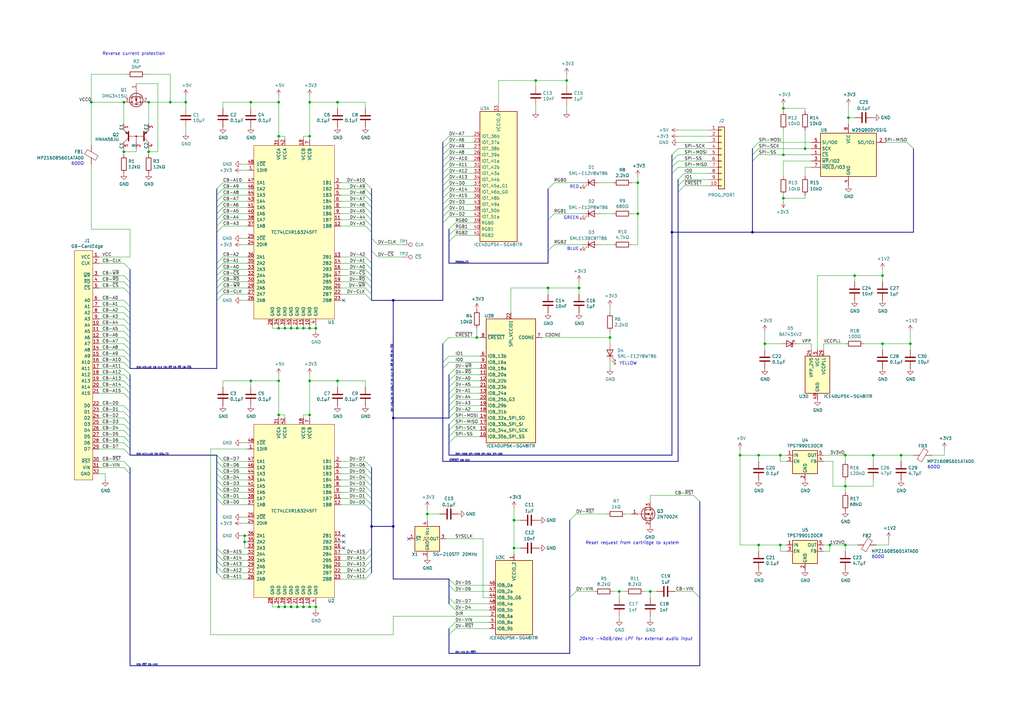
<source format=kicad_sch>
(kicad_sch (version 20211123) (generator eeschema)
  (paper "A3")
  (title_block (title "tsuraraGB main board") (rev "B"))
  (junction (at 261.62 74.93))
  (junction (at 124.46 134.62))
  (junction (at 320.04 186.69))
  (junction (at 346.71 186.69))
  (junction (at 321.31 63.5))
  (junction (at 119.38 134.62))
  (junction (at 60.96 62.23))
  (junction (at 50.8 62.23))
  (junction (at 138.43 156.21))
  (junction (at 261.62 87.63))
  (junction (at 313.69 140.97))
  (junction (at 358.14 186.69))
  (junction (at 100.33 219.71))
  (junction (at 116.84 134.62))
  (junction (at 347.98 48.26))
  (junction (at 237.49 118.11))
  (junction (at 321.31 81.28))
  (junction (at 114.3 170.18))
  (junction (at 114.3 55.88))
  (junction (at 60.96 41.91))
  (junction (at 152.4 215.9))
  (junction (at 308.61 95.25))
  (junction (at 129.54 134.62))
  (junction (at 121.92 134.62))
  (junction (at 121.92 248.92))
  (junction (at 116.84 248.92))
  (junction (at 100.33 222.25))
  (junction (at 340.36 223.52))
  (junction (at 303.53 186.69))
  (junction (at 119.38 248.92))
  (junction (at 275.59 95.25))
  (junction (at 195.58 138.43))
  (junction (at 102.87 156.21))
  (junction (at 37.465 41.91))
  (junction (at 161.29 171.45))
  (junction (at 76.2 41.91))
  (junction (at 102.87 41.91))
  (junction (at 175.26 210.82))
  (junction (at 232.41 33.02))
  (junction (at 127 170.18))
  (junction (at 266.7 242.57))
  (junction (at 127 41.91))
  (junction (at 127 156.21))
  (junction (at 114.3 41.91))
  (junction (at 350.52 113.03))
  (junction (at 114.3 134.62))
  (junction (at 361.95 140.97))
  (junction (at 210.82 213.36))
  (junction (at 346.71 199.39))
  (junction (at 127 55.88))
  (junction (at 311.15 223.52))
  (junction (at 361.95 113.03))
  (junction (at 210.82 224.79))
  (junction (at 129.54 248.92))
  (junction (at 124.46 248.92))
  (junction (at 346.71 223.52))
  (junction (at 127 248.92))
  (junction (at 254 242.57))
  (junction (at 219.71 33.02))
  (junction (at 320.04 223.52))
  (junction (at 114.3 248.92))
  (junction (at 50.8 41.91))
  (junction (at 373.38 140.97))
  (junction (at 161.29 215.9))
  (junction (at 321.31 44.45))
  (junction (at 138.43 41.91))
  (junction (at 69.85 41.91))
  (junction (at 311.15 186.69))
  (junction (at 114.3 156.21))
  (junction (at 224.79 118.11))
  (junction (at 127 134.62))
  (junction (at 161.29 123.19))
  (junction (at 330.2 60.96))
  (junction (at 250.19 138.43))
  (junction (at 369.57 186.69))
  (no_connect (at 140.97 224.79))
  (no_connect (at 140.97 222.25))
  (no_connect (at 140.97 123.19))
  (no_connect (at 140.97 219.71))
  (no_connect (at 167.64 220.98))
  (bus_entry (at 224.79 90.17) (size 2.54 -2.54))
  (bus_entry (at 91.44 92.71) (size -2.54 2.54))
  (bus_entry (at 184.15 55.88) (size -2.54 2.54))
  (bus_entry (at 50.8 118.11) (size 2.54 2.54))
  (bus_entry (at 186.69 171.45) (size -2.54 2.54))
  (bus_entry (at 184.15 153.67) (size 2.54 -2.54))
  (bus_entry (at 91.44 189.23) (size -2.54 -2.54))
  (bus_entry (at 224.79 102.87) (size 2.54 -2.54))
  (bus_entry (at 91.44 107.95) (size -2.54 2.54))
  (bus_entry (at 184.15 86.36) (size -2.54 2.54))
  (bus_entry (at 50.8 123.19) (size 2.54 2.54))
  (bus_entry (at 50.8 135.89) (size 2.54 2.54))
  (bus_entry (at 149.86 85.09) (size 2.54 2.54))
  (bus_entry (at 181.61 83.82) (size 2.54 -2.54))
  (bus_entry (at 91.44 105.41) (size -2.54 2.54))
  (bus_entry (at 91.44 74.93) (size -2.54 2.54))
  (bus_entry (at 181.61 91.44) (size 2.54 -2.54))
  (bus_entry (at 50.8 173.99) (size 2.54 2.54))
  (bus_entry (at 91.44 204.47) (size -2.54 -2.54))
  (bus_entry (at 50.8 107.95) (size 2.54 2.54))
  (bus_entry (at 181.61 76.2) (size 2.54 -2.54))
  (bus_entry (at 91.44 237.49) (size -2.54 -2.54))
  (bus_entry (at 149.86 87.63) (size 2.54 2.54))
  (bus_entry (at 149.86 115.57) (size 2.54 2.54))
  (bus_entry (at 149.86 82.55) (size 2.54 2.54))
  (bus_entry (at 181.61 68.58) (size 2.54 -2.54))
  (bus_entry (at 50.8 125.73) (size 2.54 2.54))
  (bus_entry (at 278.13 73.66) (size 2.54 -2.54))
  (bus_entry (at 284.48 203.2) (size 2.54 2.54))
  (bus_entry (at 184.15 158.75) (size 2.54 -2.54))
  (bus_entry (at 184.15 161.29) (size 2.54 -2.54))
  (bus_entry (at 91.44 115.57) (size -2.54 2.54))
  (bus_entry (at 372.11 58.42) (size 2.54 2.54))
  (bus_entry (at 149.86 74.93) (size 2.54 2.54))
  (bus_entry (at 275.59 71.12) (size 2.54 -2.54))
  (bus_entry (at 50.8 184.15) (size 2.54 2.54))
  (bus_entry (at 50.8 138.43) (size 2.54 2.54))
  (bus_entry (at 184.15 99.06) (size 2.54 -2.54))
  (bus_entry (at 50.8 189.23) (size 2.54 2.54))
  (bus_entry (at 311.15 60.96) (size -2.54 2.54))
  (bus_entry (at 91.44 207.01) (size -2.54 -2.54))
  (bus_entry (at 278.13 76.2) (size 2.54 -2.54))
  (bus_entry (at 149.86 227.33) (size 2.54 -2.54))
  (bus_entry (at 149.86 232.41) (size 2.54 -2.54))
  (bus_entry (at 149.86 229.87) (size 2.54 -2.54))
  (bus_entry (at 149.86 234.95) (size 2.54 -2.54))
  (bus_entry (at 149.86 237.49) (size 2.54 -2.54))
  (bus_entry (at 149.86 194.31) (size 2.54 2.54))
  (bus_entry (at 149.86 196.85) (size 2.54 2.54))
  (bus_entry (at 149.86 199.39) (size 2.54 2.54))
  (bus_entry (at 149.86 201.93) (size 2.54 2.54))
  (bus_entry (at 149.86 191.77) (size 2.54 2.54))
  (bus_entry (at 149.86 189.23) (size 2.54 2.54))
  (bus_entry (at 149.86 207.01) (size 2.54 2.54))
  (bus_entry (at 149.86 204.47) (size 2.54 2.54))
  (bus_entry (at 284.48 242.57) (size 2.54 2.54))
  (bus_entry (at 91.44 196.85) (size -2.54 -2.54))
  (bus_entry (at 149.86 120.65) (size 2.54 2.54))
  (bus_entry (at 233.68 245.11) (size 2.54 -2.54))
  (bus_entry (at 184.15 78.74) (size -2.54 2.54))
  (bus_entry (at 50.8 130.81) (size 2.54 2.54))
  (bus_entry (at 149.86 118.11) (size 2.54 2.54))
  (bus_entry (at 91.44 110.49) (size -2.54 2.54))
  (bus_entry (at 149.86 92.71) (size 2.54 2.54))
  (bus_entry (at 91.44 199.39) (size -2.54 -2.54))
  (bus_entry (at 181.61 151.13) (size 2.54 -2.54))
  (bus_entry (at 278.13 66.04) (size -2.54 2.54))
  (bus_entry (at 149.86 90.17) (size 2.54 2.54))
  (bus_entry (at 184.15 71.12) (size -2.54 2.54))
  (bus_entry (at 50.8 140.97) (size 2.54 2.54))
  (bus_entry (at 181.61 140.97) (size 2.54 -2.54))
  (bus_entry (at 91.44 87.63) (size -2.54 2.54))
  (bus_entry (at 184.15 171.45) (size 2.54 -2.54))
  (bus_entry (at 91.44 232.41) (size -2.54 -2.54))
  (bus_entry (at 186.69 153.67) (size -2.54 2.54))
  (bus_entry (at 91.44 85.09) (size -2.54 2.54))
  (bus_entry (at 50.8 115.57) (size 2.54 2.54))
  (bus_entry (at 91.44 82.55) (size -2.54 2.54))
  (bus_entry (at 149.86 80.01) (size 2.54 2.54))
  (bus_entry (at 184.15 63.5) (size -2.54 2.54))
  (bus_entry (at 278.13 78.74) (size 2.54 -2.54))
  (bus_entry (at 50.8 168.91) (size 2.54 2.54))
  (bus_entry (at 233.68 213.36) (size 2.54 -2.54))
  (bus_entry (at 50.8 179.07) (size 2.54 2.54))
  (bus_entry (at 149.86 105.41) (size 2.54 2.54))
  (bus_entry (at 181.61 71.12) (size 2.54 -2.54))
  (bus_entry (at 186.69 161.29) (size -2.54 2.54))
  (bus_entry (at 50.8 128.27) (size 2.54 2.54))
  (bus_entry (at 50.8 171.45) (size 2.54 2.54))
  (bus_entry (at 50.8 161.29) (size 2.54 2.54))
  (bus_entry (at 91.44 227.33) (size -2.54 -2.54))
  (bus_entry (at 91.44 194.31) (size -2.54 -2.54))
  (bus_entry (at 149.86 77.47) (size 2.54 2.54))
  (bus_entry (at 311.15 63.5) (size -2.54 2.54))
  (bus_entry (at 184.15 237.49) (size 2.54 2.54))
  (bus_entry (at 184.15 240.03) (size 2.54 2.54))
  (bus_entry (at 184.15 260.35) (size 2.54 -2.54))
  (bus_entry (at 184.15 247.65) (size 2.54 2.54))
  (bus_entry (at 184.15 245.11) (size 2.54 2.54))
  (bus_entry (at 184.15 257.81) (size 2.54 -2.54))
  (bus_entry (at 184.15 96.52) (size 2.54 -2.54))
  (bus_entry (at 181.61 60.96) (size 2.54 -2.54))
  (bus_entry (at 91.44 80.01) (size -2.54 2.54))
  (bus_entry (at 50.8 146.05) (size 2.54 2.54))
  (bus_entry (at 181.61 86.36) (size 2.54 -2.54))
  (bus_entry (at 91.44 229.87) (size -2.54 -2.54))
  (bus_entry (at 152.4 102.87) (size 2.54 2.54))
  (bus_entry (at 149.86 113.03) (size 2.54 2.54))
  (bus_entry (at 50.8 153.67) (size 2.54 2.54))
  (bus_entry (at 149.86 110.49) (size 2.54 2.54))
  (bus_entry (at 224.79 77.47) (size 2.54 -2.54))
  (bus_entry (at 50.8 156.21) (size 2.54 2.54))
  (bus_entry (at 184.15 168.91) (size 2.54 -2.54))
  (bus_entry (at 181.61 63.5) (size 2.54 -2.54))
  (bus_entry (at 186.69 173.99) (size -2.54 2.54))
  (bus_entry (at 50.8 181.61) (size 2.54 2.54))
  (bus_entry (at 184.15 166.37) (size 2.54 -2.54))
  (bus_entry (at 149.86 107.95) (size 2.54 2.54))
  (bus_entry (at 91.44 234.95) (size -2.54 -2.54))
  (bus_entry (at 91.44 118.11) (size -2.54 2.54))
  (bus_entry (at 186.69 179.07) (size -2.54 2.54))
  (bus_entry (at 91.44 113.03) (size -2.54 2.54))
  (bus_entry (at 184.15 93.98) (size 2.54 -2.54))
  (bus_entry (at 50.8 113.03) (size 2.54 2.54))
  (bus_entry (at 152.4 97.79) (size 2.54 2.54))
  (bus_entry (at 91.44 77.47) (size -2.54 2.54))
  (bus_entry (at 181.61 78.74) (size 2.54 -2.54))
  (bus_entry (at 91.44 120.65) (size -2.54 2.54))
  (bus_entry (at 50.8 191.77) (size 2.54 2.54))
  (bus_entry (at 50.8 176.53) (size 2.54 2.54))
  (bus_entry (at 91.44 90.17) (size -2.54 2.54))
  (bus_entry (at 50.8 158.75) (size 2.54 2.54))
  (bus_entry (at 50.8 148.59) (size 2.54 2.54))
  (bus_entry (at 184.15 146.05) (size -2.54 2.54))
  (bus_entry (at 311.15 58.42) (size -2.54 2.54))
  (bus_entry (at 50.8 166.37) (size 2.54 2.54))
  (bus_entry (at 50.8 143.51) (size 2.54 2.54))
  (bus_entry (at 50.8 151.13) (size 2.54 2.54))
  (bus_entry (at 91.44 191.77) (size -2.54 -2.54))
  (bus_entry (at 50.8 133.35) (size 2.54 2.54))
  (bus_entry (at 278.13 63.5) (size -2.54 2.54))
  (bus_entry (at 91.44 201.93) (size -2.54 -2.54))
  (bus_entry (at 278.13 60.96) (size -2.54 2.54))
  (bus_entry (at 186.69 176.53) (size -2.54 2.54))
  (wire (pts (xy 139.7 85.09) (xy 149.86 85.09)))
  (bus (pts (xy 53.34 161.29) (xy 53.34 163.83)))
  (wire (pts (xy 321.31 81.28) (xy 321.31 82.55)))
  (wire (pts (xy 311.15 58.42) (xy 332.74 58.42)))
  (wire (pts (xy 346.71 189.23) (xy 346.71 186.69)))
  (wire (pts (xy 154.94 100.33) (xy 165.1 100.33)))
  (wire (pts (xy 40.64 161.29) (xy 50.8 161.29)))
  (bus (pts (xy 88.9 229.87) (xy 88.9 232.41)))
  (wire (pts (xy 219.71 33.02) (xy 219.71 35.56)))
  (bus (pts (xy 53.34 173.99) (xy 53.34 176.53)))
  (bus (pts (xy 53.34 110.49) (xy 53.34 115.57)))
  (wire (pts (xy 40.64 125.73) (xy 50.8 125.73)))
  (wire (pts (xy 261.62 100.33) (xy 259.08 100.33)))
  (wire (pts (xy 124.46 55.88) (xy 127 55.88)))
  (wire (pts (xy 321.31 44.45) (xy 330.2 44.45)))
  (wire (pts (xy 139.7 191.77) (xy 149.86 191.77)))
  (bus (pts (xy 308.61 95.25) (xy 374.65 95.25)))
  (wire (pts (xy 186.69 179.07) (xy 196.85 179.07)))
  (wire (pts (xy 210.82 224.79) (xy 210.82 227.33)))
  (wire (pts (xy 321.31 45.72) (xy 321.31 44.45)))
  (wire (pts (xy 232.41 43.18) (xy 232.41 45.72)))
  (bus (pts (xy 88.9 186.69) (xy 88.9 189.23)))
  (wire (pts (xy 194.31 83.82) (xy 184.15 83.82)))
  (bus (pts (xy 152.4 215.9) (xy 161.29 215.9)))
  (wire (pts (xy 129.54 134.62) (xy 129.54 135.89)))
  (wire (pts (xy 361.95 140.97) (xy 361.95 143.51)))
  (wire (pts (xy 194.31 73.66) (xy 184.15 73.66)))
  (wire (pts (xy 116.84 170.18) (xy 116.84 171.45)))
  (bus (pts (xy 184.15 186.69) (xy 275.59 186.69)))
  (bus (pts (xy 53.34 156.21) (xy 53.34 158.75)))
  (wire (pts (xy 139.7 82.55) (xy 149.86 82.55)))
  (bus (pts (xy 88.9 120.65) (xy 88.9 123.19)))
  (bus (pts (xy 184.15 260.35) (xy 184.15 267.97)))
  (wire (pts (xy 311.15 223.52) (xy 311.15 226.06)))
  (wire (pts (xy 91.44 90.17) (xy 101.6 90.17)))
  (wire (pts (xy 91.44 87.63) (xy 101.6 87.63)))
  (wire (pts (xy 91.44 196.85) (xy 101.6 196.85)))
  (wire (pts (xy 139.7 80.01) (xy 149.86 80.01)))
  (bus (pts (xy 88.9 87.63) (xy 88.9 90.17)))
  (bus (pts (xy 161.29 123.19) (xy 152.4 123.19)))
  (wire (pts (xy 127 170.18) (xy 127 156.21)))
  (wire (pts (xy 121.92 134.62) (xy 119.38 134.62)))
  (wire (pts (xy 373.38 140.97) (xy 373.38 143.51)))
  (wire (pts (xy 124.46 133.35) (xy 124.46 134.62)))
  (wire (pts (xy 55.88 62.23) (xy 50.8 62.23)))
  (wire (pts (xy 364.49 220.98) (xy 364.49 223.52)))
  (wire (pts (xy 350.52 113.03) (xy 361.95 113.03)))
  (wire (pts (xy 91.44 199.39) (xy 101.6 199.39)))
  (bus (pts (xy 184.15 240.03) (xy 184.15 245.11)))
  (wire (pts (xy 37.465 41.91) (xy 50.8 41.91)))
  (wire (pts (xy 341.63 189.23) (xy 337.82 189.23)))
  (wire (pts (xy 251.46 74.93) (xy 246.38 74.93)))
  (wire (pts (xy 290.83 73.66) (xy 280.67 73.66)))
  (wire (pts (xy 361.95 110.49) (xy 361.95 113.03)))
  (wire (pts (xy 238.76 100.33) (xy 227.33 100.33)))
  (wire (pts (xy 278.13 55.88) (xy 290.83 55.88)))
  (wire (pts (xy 194.31 91.44) (xy 186.69 91.44)))
  (wire (pts (xy 101.6 224.79) (xy 100.33 224.79)))
  (wire (pts (xy 40.64 133.35) (xy 50.8 133.35)))
  (wire (pts (xy 186.69 171.45) (xy 196.85 171.45)))
  (bus (pts (xy 88.9 204.47) (xy 88.9 224.79)))
  (wire (pts (xy 102.87 41.91) (xy 114.3 41.91)))
  (wire (pts (xy 116.84 247.65) (xy 116.84 248.92)))
  (wire (pts (xy 40.64 181.61) (xy 50.8 181.61)))
  (wire (pts (xy 91.44 156.21) (xy 91.44 158.75)))
  (bus (pts (xy 88.9 123.19) (xy 88.9 151.13)))
  (wire (pts (xy 40.64 146.05) (xy 50.8 146.05)))
  (wire (pts (xy 139.7 107.95) (xy 149.86 107.95)))
  (bus (pts (xy 184.15 158.75) (xy 184.15 161.29)))
  (wire (pts (xy 91.44 204.47) (xy 101.6 204.47)))
  (bus (pts (xy 88.9 151.13) (xy 53.34 151.13)))
  (wire (pts (xy 350.52 113.03) (xy 350.52 115.57)))
  (wire (pts (xy 91.44 207.01) (xy 101.6 207.01)))
  (wire (pts (xy 99.06 69.85) (xy 101.6 69.85)))
  (bus (pts (xy 53.34 118.11) (xy 53.34 120.65)))
  (bus (pts (xy 181.61 81.28) (xy 181.61 83.82)))
  (wire (pts (xy 91.44 110.49) (xy 101.6 110.49)))
  (bus (pts (xy 88.9 118.11) (xy 88.9 120.65)))
  (wire (pts (xy 175.26 210.82) (xy 175.26 213.36)))
  (wire (pts (xy 369.57 186.69) (xy 374.65 186.69)))
  (bus (pts (xy 184.15 257.81) (xy 184.15 260.35)))
  (wire (pts (xy 198.12 220.98) (xy 198.12 245.11)))
  (wire (pts (xy 139.7 189.23) (xy 149.86 189.23)))
  (wire (pts (xy 330.2 81.28) (xy 330.2 80.01)))
  (wire (pts (xy 194.31 78.74) (xy 184.15 78.74)))
  (wire (pts (xy 40.64 107.95) (xy 50.8 107.95)))
  (wire (pts (xy 194.31 55.88) (xy 184.15 55.88)))
  (wire (pts (xy 358.14 199.39) (xy 358.14 196.85)))
  (wire (pts (xy 91.44 41.91) (xy 102.87 41.91)))
  (wire (pts (xy 346.71 223.52) (xy 351.79 223.52)))
  (wire (pts (xy 91.44 74.93) (xy 101.6 74.93)))
  (bus (pts (xy 152.4 107.95) (xy 152.4 110.49)))
  (wire (pts (xy 210.82 224.79) (xy 213.36 224.79)))
  (wire (pts (xy 340.36 226.06) (xy 340.36 223.52)))
  (bus (pts (xy 152.4 194.31) (xy 152.4 196.85)))
  (wire (pts (xy 359.41 223.52) (xy 364.49 223.52)))
  (wire (pts (xy 127 248.92) (xy 124.46 248.92)))
  (bus (pts (xy 278.13 76.2) (xy 278.13 78.74)))
  (wire (pts (xy 266.7 242.57) (xy 266.7 245.11)))
  (wire (pts (xy 222.25 138.43) (xy 250.19 138.43)))
  (wire (pts (xy 196.85 151.13) (xy 186.69 151.13)))
  (bus (pts (xy 224.79 90.17) (xy 224.79 102.87)))
  (wire (pts (xy 124.46 248.92) (xy 121.92 248.92)))
  (wire (pts (xy 40.64 130.81) (xy 50.8 130.81)))
  (wire (pts (xy 139.7 77.47) (xy 149.86 77.47)))
  (bus (pts (xy 152.4 115.57) (xy 152.4 118.11)))
  (wire (pts (xy 194.31 58.42) (xy 184.15 58.42)))
  (bus (pts (xy 152.4 82.55) (xy 152.4 85.09)))
  (wire (pts (xy 140.97 222.25) (xy 139.7 222.25)))
  (wire (pts (xy 55.88 34.29) (xy 64.77 34.29)))
  (bus (pts (xy 152.4 113.03) (xy 152.4 115.57)))
  (bus (pts (xy 53.34 140.97) (xy 53.34 143.51)))
  (wire (pts (xy 60.96 62.23) (xy 60.96 63.5)))
  (bus (pts (xy 88.9 92.71) (xy 88.9 95.25)))
  (bus (pts (xy 275.59 68.58) (xy 275.59 71.12)))
  (wire (pts (xy 138.43 41.91) (xy 149.86 41.91)))
  (bus (pts (xy 181.61 63.5) (xy 181.61 66.04)))
  (wire (pts (xy 40.64 123.19) (xy 50.8 123.19)))
  (wire (pts (xy 140.97 224.79) (xy 139.7 224.79)))
  (wire (pts (xy 139.7 196.85) (xy 149.86 196.85)))
  (wire (pts (xy 91.44 234.95) (xy 101.6 234.95)))
  (wire (pts (xy 55.88 60.96) (xy 55.88 62.23)))
  (wire (pts (xy 322.58 189.23) (xy 320.04 189.23)))
  (wire (pts (xy 387.35 184.15) (xy 387.35 186.69)))
  (wire (pts (xy 124.46 134.62) (xy 121.92 134.62)))
  (wire (pts (xy 116.84 55.88) (xy 116.84 57.15)))
  (wire (pts (xy 278.13 60.96) (xy 290.83 60.96)))
  (wire (pts (xy 121.92 248.92) (xy 119.38 248.92)))
  (bus (pts (xy 152.4 85.09) (xy 152.4 87.63)))
  (bus (pts (xy 152.4 110.49) (xy 152.4 113.03)))
  (bus (pts (xy 53.34 194.31) (xy 53.34 273.05)))
  (wire (pts (xy 91.44 118.11) (xy 101.6 118.11)))
  (wire (pts (xy 251.46 100.33) (xy 246.38 100.33)))
  (wire (pts (xy 91.44 237.49) (xy 101.6 237.49)))
  (wire (pts (xy 60.96 41.91) (xy 69.85 41.91)))
  (bus (pts (xy 152.4 227.33) (xy 152.4 224.79)))
  (wire (pts (xy 91.44 92.71) (xy 101.6 92.71)))
  (wire (pts (xy 154.94 105.41) (xy 165.1 105.41)))
  (wire (pts (xy 224.79 118.11) (xy 224.79 120.65)))
  (bus (pts (xy 181.61 58.42) (xy 181.61 60.96)))
  (bus (pts (xy 88.9 189.23) (xy 88.9 191.77)))
  (wire (pts (xy 387.35 186.69) (xy 382.27 186.69)))
  (wire (pts (xy 194.31 60.96) (xy 184.15 60.96)))
  (bus (pts (xy 287.02 245.11) (xy 287.02 273.05)))
  (bus (pts (xy 308.61 60.96) (xy 308.61 63.5)))
  (bus (pts (xy 152.4 207.01) (xy 152.4 209.55)))
  (wire (pts (xy 200.66 257.81) (xy 186.69 257.81)))
  (bus (pts (xy 53.34 135.89) (xy 53.34 138.43)))
  (wire (pts (xy 50.8 41.91) (xy 50.8 50.8)))
  (wire (pts (xy 209.55 118.11) (xy 224.79 118.11)))
  (wire (pts (xy 194.31 96.52) (xy 186.69 96.52)))
  (bus (pts (xy 161.29 171.45) (xy 184.15 171.45)))
  (wire (pts (xy 330.2 53.34) (xy 330.2 60.96)))
  (wire (pts (xy 278.13 63.5) (xy 290.83 63.5)))
  (wire (pts (xy 196.85 161.29) (xy 186.69 161.29)))
  (wire (pts (xy 290.83 53.34) (xy 278.13 53.34)))
  (bus (pts (xy 88.9 77.47) (xy 88.9 80.01)))
  (wire (pts (xy 327.66 140.97) (xy 332.74 140.97)))
  (wire (pts (xy 200.66 240.03) (xy 186.69 240.03)))
  (bus (pts (xy 152.4 196.85) (xy 152.4 199.39)))
  (wire (pts (xy 341.63 199.39) (xy 341.63 189.23)))
  (wire (pts (xy 40.64 156.21) (xy 50.8 156.21)))
  (wire (pts (xy 232.41 33.02) (xy 232.41 35.56)))
  (bus (pts (xy 152.4 118.11) (xy 152.4 120.65)))
  (wire (pts (xy 99.06 123.19) (xy 101.6 123.19)))
  (wire (pts (xy 86.36 184.15) (xy 86.36 260.35)))
  (wire (pts (xy 139.7 234.95) (xy 149.86 234.95)))
  (wire (pts (xy 184.15 148.59) (xy 196.85 148.59)))
  (wire (pts (xy 347.98 43.18) (xy 347.98 48.26)))
  (wire (pts (xy 194.31 71.12) (xy 184.15 71.12)))
  (wire (pts (xy 91.44 80.01) (xy 101.6 80.01)))
  (wire (pts (xy 330.2 68.58) (xy 330.2 72.39)))
  (bus (pts (xy 184.15 99.06) (xy 184.15 107.95)))
  (wire (pts (xy 139.7 204.47) (xy 149.86 204.47)))
  (wire (pts (xy 182.88 220.98) (xy 198.12 220.98)))
  (bus (pts (xy 53.34 163.83) (xy 53.34 168.91)))
  (wire (pts (xy 346.71 223.52) (xy 346.71 226.06)))
  (bus (pts (xy 181.61 83.82) (xy 181.61 86.36)))
  (bus (pts (xy 233.68 213.36) (xy 233.68 245.11)))
  (wire (pts (xy 116.84 170.18) (xy 114.3 170.18)))
  (wire (pts (xy 127 39.37) (xy 127 41.91)))
  (wire (pts (xy 337.82 226.06) (xy 340.36 226.06)))
  (wire (pts (xy 139.7 207.01) (xy 149.86 207.01)))
  (wire (pts (xy 346.71 199.39) (xy 358.14 199.39)))
  (wire (pts (xy 321.31 81.28) (xy 330.2 81.28)))
  (wire (pts (xy 224.79 118.11) (xy 237.49 118.11)))
  (bus (pts (xy 184.15 96.52) (xy 184.15 99.06)))
  (wire (pts (xy 111.76 248.92) (xy 111.76 247.65)))
  (wire (pts (xy 196.85 168.91) (xy 186.69 168.91)))
  (wire (pts (xy 266.7 242.57) (xy 269.24 242.57)))
  (wire (pts (xy 139.7 113.03) (xy 149.86 113.03)))
  (wire (pts (xy 210.82 213.36) (xy 213.36 213.36)))
  (wire (pts (xy 361.95 113.03) (xy 361.95 115.57)))
  (wire (pts (xy 91.44 82.55) (xy 101.6 82.55)))
  (wire (pts (xy 278.13 58.42) (xy 290.83 58.42)))
  (wire (pts (xy 278.13 68.58) (xy 290.83 68.58)))
  (wire (pts (xy 346.71 196.85) (xy 346.71 199.39)))
  (bus (pts (xy 53.34 115.57) (xy 53.34 118.11)))
  (bus (pts (xy 152.4 77.47) (xy 152.4 80.01)))
  (wire (pts (xy 311.15 223.52) (xy 303.53 223.52)))
  (bus (pts (xy 184.15 176.53) (xy 184.15 179.07)))
  (bus (pts (xy 308.61 66.04) (xy 308.61 95.25)))
  (wire (pts (xy 127 41.91) (xy 138.43 41.91)))
  (wire (pts (xy 139.7 237.49) (xy 149.86 237.49)))
  (wire (pts (xy 114.3 170.18) (xy 114.3 171.45)))
  (wire (pts (xy 116.84 133.35) (xy 116.84 134.62)))
  (wire (pts (xy 313.69 140.97) (xy 320.04 140.97)))
  (wire (pts (xy 139.7 105.41) (xy 149.86 105.41)))
  (bus (pts (xy 181.61 60.96) (xy 181.61 63.5)))
  (wire (pts (xy 251.46 87.63) (xy 246.38 87.63)))
  (wire (pts (xy 311.15 186.69) (xy 320.04 186.69)))
  (wire (pts (xy 320.04 223.52) (xy 311.15 223.52)))
  (bus (pts (xy 53.34 181.61) (xy 53.34 184.15)))
  (bus (pts (xy 152.4 229.87) (xy 152.4 227.33)))
  (wire (pts (xy 50.8 62.23) (xy 50.8 63.5)))
  (bus (pts (xy 184.15 245.11) (xy 184.15 247.65)))
  (wire (pts (xy 37.465 93.98) (xy 37.465 67.31)))
  (bus (pts (xy 152.4 90.17) (xy 152.4 92.71)))
  (bus (pts (xy 374.65 60.96) (xy 374.65 95.25)))
  (bus (pts (xy 181.61 71.12) (xy 181.61 73.66)))
  (wire (pts (xy 138.43 41.91) (xy 138.43 44.45)))
  (wire (pts (xy 276.86 242.57) (xy 284.48 242.57)))
  (wire (pts (xy 43.18 194.31) (xy 43.18 196.85)))
  (wire (pts (xy 175.26 210.82) (xy 180.34 210.82)))
  (wire (pts (xy 250.19 125.73) (xy 250.19 128.27)))
  (wire (pts (xy 116.84 134.62) (xy 114.3 134.62)))
  (bus (pts (xy 88.9 186.69) (xy 53.34 186.69)))
  (wire (pts (xy 114.3 153.67) (xy 114.3 156.21)))
  (wire (pts (xy 196.85 166.37) (xy 186.69 166.37)))
  (wire (pts (xy 124.46 247.65) (xy 124.46 248.92)))
  (wire (pts (xy 127 55.88) (xy 127 41.91)))
  (bus (pts (xy 152.4 204.47) (xy 152.4 207.01)))
  (bus (pts (xy 184.15 240.03) (xy 184.15 237.49)))
  (wire (pts (xy 219.71 33.02) (xy 232.41 33.02)))
  (wire (pts (xy 40.64 153.67) (xy 50.8 153.67)))
  (wire (pts (xy 76.2 41.91) (xy 76.2 44.45)))
  (wire (pts (xy 210.82 208.28) (xy 210.82 213.36)))
  (wire (pts (xy 37.465 30.48) (xy 37.465 41.91)))
  (wire (pts (xy 232.41 30.48) (xy 232.41 33.02)))
  (bus (pts (xy 53.34 176.53) (xy 53.34 179.07)))
  (wire (pts (xy 119.38 134.62) (xy 116.84 134.62)))
  (wire (pts (xy 200.66 250.19) (xy 186.69 250.19)))
  (wire (pts (xy 347.98 48.26) (xy 350.52 48.26)))
  (bus (pts (xy 53.34 148.59) (xy 53.34 151.13)))
  (bus (pts (xy 152.4 191.77) (xy 152.4 194.31)))
  (wire (pts (xy 119.38 248.92) (xy 116.84 248.92)))
  (bus (pts (xy 88.9 82.55) (xy 88.9 85.09)))
  (wire (pts (xy 321.31 66.04) (xy 332.74 66.04)))
  (bus (pts (xy 53.34 138.43) (xy 53.34 140.97)))
  (bus (pts (xy 88.9 201.93) (xy 88.9 204.47)))
  (bus (pts (xy 184.15 156.21) (xy 184.15 158.75)))
  (wire (pts (xy 198.12 245.11) (xy 200.66 245.11)))
  (wire (pts (xy 40.64 151.13) (xy 50.8 151.13)))
  (bus (pts (xy 278.13 73.66) (xy 278.13 76.2)))
  (bus (pts (xy 88.9 110.49) (xy 88.9 113.03)))
  (bus (pts (xy 53.34 128.27) (xy 53.34 130.81)))
  (wire (pts (xy 139.7 87.63) (xy 149.86 87.63)))
  (wire (pts (xy 127 153.67) (xy 127 156.21)))
  (bus (pts (xy 152.4 92.71) (xy 152.4 95.25)))
  (bus (pts (xy 184.15 163.83) (xy 184.15 166.37)))
  (wire (pts (xy 346.71 199.39) (xy 346.71 201.93)))
  (wire (pts (xy 114.3 247.65) (xy 114.3 248.92)))
  (bus (pts (xy 53.34 146.05) (xy 53.34 148.59)))
  (wire (pts (xy 140.97 219.71) (xy 139.7 219.71)))
  (bus (pts (xy 88.9 224.79) (xy 88.9 227.33)))
  (wire (pts (xy 100.33 219.71) (xy 100.33 222.25)))
  (wire (pts (xy 140.97 123.19) (xy 139.7 123.19)))
  (wire (pts (xy 99.06 214.63) (xy 101.6 214.63)))
  (wire (pts (xy 313.69 140.97) (xy 313.69 143.51)))
  (wire (pts (xy 259.08 210.82) (xy 256.54 210.82)))
  (wire (pts (xy 139.7 120.65) (xy 149.86 120.65)))
  (bus (pts (xy 53.34 153.67) (xy 53.34 156.21)))
  (wire (pts (xy 40.64 194.31) (xy 43.18 194.31)))
  (wire (pts (xy 102.87 156.21) (xy 102.87 158.75)))
  (wire (pts (xy 194.31 93.98) (xy 186.69 93.98)))
  (wire (pts (xy 52.07 30.48) (xy 37.465 30.48)))
  (wire (pts (xy 40.64 158.75) (xy 50.8 158.75)))
  (bus (pts (xy 152.4 215.9) (xy 152.4 224.79)))
  (wire (pts (xy 194.31 63.5) (xy 184.15 63.5)))
  (wire (pts (xy 129.54 248.92) (xy 127 248.92)))
  (bus (pts (xy 278.13 78.74) (xy 278.13 189.23)))
  (wire (pts (xy 76.2 39.37) (xy 76.2 41.91)))
  (wire (pts (xy 40.64 171.45) (xy 50.8 171.45)))
  (wire (pts (xy 91.44 189.23) (xy 101.6 189.23)))
  (wire (pts (xy 194.31 68.58) (xy 184.15 68.58)))
  (wire (pts (xy 254 254) (xy 254 252.73)))
  (wire (pts (xy 124.46 170.18) (xy 127 170.18)))
  (wire (pts (xy 129.54 247.65) (xy 129.54 248.92)))
  (wire (pts (xy 346.71 199.39) (xy 341.63 199.39)))
  (wire (pts (xy 161.29 252.73) (xy 200.66 252.73)))
  (wire (pts (xy 99.06 100.33) (xy 101.6 100.33)))
  (wire (pts (xy 139.7 118.11) (xy 149.86 118.11)))
  (wire (pts (xy 91.44 107.95) (xy 101.6 107.95)))
  (wire (pts (xy 254 242.57) (xy 256.54 242.57)))
  (wire (pts (xy 250.19 138.43) (xy 250.19 140.97)))
  (wire (pts (xy 91.44 156.21) (xy 102.87 156.21)))
  (wire (pts (xy 64.77 34.29) (xy 64.77 62.23)))
  (wire (pts (xy 91.44 113.03) (xy 101.6 113.03)))
  (bus (pts (xy 152.4 209.55) (xy 152.4 215.9)))
  (wire (pts (xy 332.74 140.97) (xy 332.74 143.51)))
  (wire (pts (xy 40.64 105.41) (xy 53.34 105.41)))
  (bus (pts (xy 181.61 78.74) (xy 181.61 81.28)))
  (wire (pts (xy 138.43 156.21) (xy 149.86 156.21)))
  (bus (pts (xy 275.59 95.25) (xy 275.59 186.69)))
  (wire (pts (xy 321.31 53.34) (xy 321.31 63.5)))
  (wire (pts (xy 358.14 186.69) (xy 369.57 186.69)))
  (wire (pts (xy 40.64 184.15) (xy 50.8 184.15)))
  (wire (pts (xy 311.15 63.5) (xy 321.31 63.5)))
  (bus (pts (xy 181.61 68.58) (xy 181.61 71.12)))
  (bus (pts (xy 88.9 113.03) (xy 88.9 115.57)))
  (wire (pts (xy 114.3 41.91) (xy 114.3 55.88)))
  (wire (pts (xy 340.36 223.52) (xy 346.71 223.52)))
  (bus (pts (xy 181.61 140.97) (xy 181.61 148.59)))
  (wire (pts (xy 196.85 156.21) (xy 186.69 156.21)))
  (wire (pts (xy 280.67 76.2) (xy 290.83 76.2)))
  (wire (pts (xy 251.46 242.57) (xy 254 242.57)))
  (wire (pts (xy 53.34 105.41) (xy 53.34 93.98)))
  (wire (pts (xy 40.64 135.89) (xy 50.8 135.89)))
  (wire (pts (xy 320.04 189.23) (xy 320.04 186.69)))
  (wire (pts (xy 102.87 156.21) (xy 114.3 156.21)))
  (bus (pts (xy 161.29 171.45) (xy 161.29 215.9)))
  (bus (pts (xy 152.4 120.65) (xy 152.4 123.19)))
  (wire (pts (xy 139.7 199.39) (xy 149.86 199.39)))
  (wire (pts (xy 186.69 173.99) (xy 196.85 173.99)))
  (wire (pts (xy 303.53 184.15) (xy 303.53 186.69)))
  (wire (pts (xy 266.7 203.2) (xy 284.48 203.2)))
  (wire (pts (xy 114.3 55.88) (xy 114.3 57.15)))
  (wire (pts (xy 121.92 247.65) (xy 121.92 248.92)))
  (wire (pts (xy 139.7 194.31) (xy 149.86 194.31)))
  (wire (pts (xy 280.67 71.12) (xy 290.83 71.12)))
  (wire (pts (xy 236.22 242.57) (xy 243.84 242.57)))
  (wire (pts (xy 337.82 140.97) (xy 337.82 143.51)))
  (bus (pts (xy 181.61 86.36) (xy 181.61 88.9)))
  (wire (pts (xy 127 156.21) (xy 138.43 156.21)))
  (wire (pts (xy 361.95 140.97) (xy 373.38 140.97)))
  (bus (pts (xy 53.34 133.35) (xy 53.34 135.89)))
  (wire (pts (xy 69.85 41.91) (xy 76.2 41.91)))
  (wire (pts (xy 149.86 41.91) (xy 149.86 44.45)))
  (bus (pts (xy 308.61 63.5) (xy 308.61 66.04)))
  (bus (pts (xy 161.29 237.49) (xy 184.15 237.49)))
  (wire (pts (xy 186.69 242.57) (xy 200.66 242.57)))
  (wire (pts (xy 313.69 135.89) (xy 313.69 140.97)))
  (bus (pts (xy 53.34 158.75) (xy 53.34 161.29)))
  (wire (pts (xy 373.38 135.89) (xy 373.38 140.97)))
  (wire (pts (xy 64.77 62.23) (xy 60.96 62.23)))
  (wire (pts (xy 40.64 140.97) (xy 50.8 140.97)))
  (bus (pts (xy 53.34 171.45) (xy 53.34 173.99)))
  (wire (pts (xy 321.31 63.5) (xy 332.74 63.5)))
  (wire (pts (xy 369.57 186.69) (xy 369.57 189.23)))
  (bus (pts (xy 161.29 123.19) (xy 161.29 171.45)))
  (wire (pts (xy 129.54 248.92) (xy 129.54 250.19)))
  (bus (pts (xy 184.15 267.97) (xy 233.68 267.97)))
  (wire (pts (xy 50.8 60.96) (xy 50.8 62.23)))
  (wire (pts (xy 261.62 87.63) (xy 259.08 87.63)))
  (wire (pts (xy 139.7 115.57) (xy 149.86 115.57)))
  (wire (pts (xy 321.31 80.01) (xy 321.31 81.28)))
  (bus (pts (xy 88.9 80.01) (xy 88.9 82.55)))
  (bus (pts (xy 224.79 77.47) (xy 224.79 90.17)))
  (wire (pts (xy 127 55.88) (xy 127 57.15)))
  (wire (pts (xy 261.62 74.93) (xy 261.62 87.63)))
  (bus (pts (xy 275.59 95.25) (xy 308.61 95.25)))
  (wire (pts (xy 139.7 227.33) (xy 149.86 227.33)))
  (wire (pts (xy 99.06 219.71) (xy 100.33 219.71)))
  (wire (pts (xy 194.31 81.28) (xy 184.15 81.28)))
  (bus (pts (xy 152.4 87.63) (xy 152.4 90.17)))
  (wire (pts (xy 196.85 158.75) (xy 186.69 158.75)))
  (wire (pts (xy 337.82 140.97) (xy 346.71 140.97)))
  (bus (pts (xy 287.02 273.05) (xy 53.34 273.05)))
  (wire (pts (xy 139.7 110.49) (xy 149.86 110.49)))
  (wire (pts (xy 91.44 229.87) (xy 101.6 229.87)))
  (wire (pts (xy 303.53 223.52) (xy 303.53 186.69)))
  (wire (pts (xy 40.64 138.43) (xy 50.8 138.43)))
  (bus (pts (xy 184.15 93.98) (xy 184.15 96.52)))
  (wire (pts (xy 237.49 115.57) (xy 237.49 118.11)))
  (wire (pts (xy 149.86 156.21) (xy 149.86 158.75)))
  (bus (pts (xy 275.59 66.04) (xy 275.59 68.58)))
  (bus (pts (xy 184.15 161.29) (xy 184.15 163.83)))
  (bus (pts (xy 152.4 95.25) (xy 152.4 97.79)))
  (wire (pts (xy 358.14 189.23) (xy 358.14 186.69)))
  (bus (pts (xy 152.4 232.41) (xy 152.4 234.95)))
  (wire (pts (xy 127 133.35) (xy 127 134.62)))
  (wire (pts (xy 91.44 115.57) (xy 101.6 115.57)))
  (bus (pts (xy 224.79 107.95) (xy 184.15 107.95)))
  (wire (pts (xy 250.19 135.89) (xy 250.19 138.43)))
  (wire (pts (xy 40.64 168.91) (xy 50.8 168.91)))
  (wire (pts (xy 195.58 138.43) (xy 196.85 138.43)))
  (bus (pts (xy 181.61 76.2) (xy 181.61 78.74)))
  (wire (pts (xy 91.44 120.65) (xy 101.6 120.65)))
  (bus (pts (xy 181.61 66.04) (xy 181.61 68.58)))
  (wire (pts (xy 264.16 242.57) (xy 266.7 242.57)))
  (wire (pts (xy 119.38 133.35) (xy 119.38 134.62)))
  (wire (pts (xy 337.82 186.69) (xy 346.71 186.69)))
  (bus (pts (xy 181.61 148.59) (xy 181.61 151.13)))
  (wire (pts (xy 196.85 153.67) (xy 186.69 153.67)))
  (wire (pts (xy 114.3 248.92) (xy 111.76 248.92)))
  (wire (pts (xy 91.44 232.41) (xy 101.6 232.41)))
  (wire (pts (xy 332.74 68.58) (xy 330.2 68.58)))
  (wire (pts (xy 322.58 226.06) (xy 320.04 226.06)))
  (bus (pts (xy 152.4 97.79) (xy 152.4 102.87)))
  (wire (pts (xy 40.64 113.03) (xy 50.8 113.03)))
  (wire (pts (xy 59.69 30.48) (xy 69.85 30.48)))
  (wire (pts (xy 209.55 118.11) (xy 209.55 128.27)))
  (bus (pts (xy 88.9 115.57) (xy 88.9 118.11)))
  (wire (pts (xy 340.36 223.52) (xy 337.82 223.52)))
  (bus (pts (xy 184.15 179.07) (xy 184.15 181.61)))
  (bus (pts (xy 224.79 102.87) (xy 224.79 107.95)))
  (wire (pts (xy 354.33 140.97) (xy 361.95 140.97)))
  (bus (pts (xy 53.34 120.65) (xy 53.34 125.73)))
  (wire (pts (xy 194.31 66.04) (xy 184.15 66.04)))
  (wire (pts (xy 210.82 213.36) (xy 210.82 224.79)))
  (wire (pts (xy 99.06 97.79) (xy 101.6 97.79)))
  (wire (pts (xy 139.7 232.41) (xy 149.86 232.41)))
  (wire (pts (xy 129.54 134.62) (xy 127 134.62)))
  (wire (pts (xy 261.62 72.39) (xy 261.62 74.93)))
  (wire (pts (xy 139.7 92.71) (xy 149.86 92.71)))
  (wire (pts (xy 124.46 170.18) (xy 124.46 171.45)))
  (bus (pts (xy 53.34 191.77) (xy 53.34 194.31)))
  (wire (pts (xy 119.38 247.65) (xy 119.38 248.92)))
  (wire (pts (xy 311.15 60.96) (xy 330.2 60.96)))
  (bus (pts (xy 161.29 215.9) (xy 161.29 237.49)))
  (wire (pts (xy 37.465 59.69) (xy 37.465 41.91)))
  (wire (pts (xy 330.2 45.72) (xy 330.2 44.45)))
  (wire (pts (xy 76.2 52.07) (xy 76.2 54.61)))
  (wire (pts (xy 347.98 48.26) (xy 347.98 50.8)))
  (wire (pts (xy 101.6 184.15) (xy 86.36 184.15)))
  (wire (pts (xy 204.47 43.18) (xy 204.47 33.02)))
  (wire (pts (xy 161.29 252.73) (xy 161.29 260.35)))
  (wire (pts (xy 116.84 248.92) (xy 114.3 248.92)))
  (wire (pts (xy 321.31 66.04) (xy 321.31 72.39)))
  (wire (pts (xy 60.96 60.96) (xy 60.96 62.23)))
  (bus (pts (xy 152.4 229.87) (xy 152.4 232.41)))
  (wire (pts (xy 250.19 148.59) (xy 250.19 151.13)))
  (wire (pts (xy 91.44 77.47) (xy 101.6 77.47)))
  (wire (pts (xy 184.15 138.43) (xy 195.58 138.43)))
  (wire (pts (xy 138.43 156.21) (xy 138.43 158.75)))
  (bus (pts (xy 184.15 173.99) (xy 184.15 176.53)))
  (wire (pts (xy 204.47 33.02) (xy 219.71 33.02)))
  (wire (pts (xy 127 170.18) (xy 127 171.45)))
  (wire (pts (xy 139.7 90.17) (xy 149.86 90.17)))
  (wire (pts (xy 99.06 67.31) (xy 101.6 67.31)))
  (wire (pts (xy 278.13 66.04) (xy 290.83 66.04)))
  (wire (pts (xy 194.31 88.9) (xy 184.15 88.9)))
  (wire (pts (xy 111.76 134.62) (xy 111.76 133.35)))
  (wire (pts (xy 184.15 146.05) (xy 196.85 146.05)))
  (bus (pts (xy 88.9 191.77) (xy 88.9 194.31)))
  (wire (pts (xy 102.87 41.91) (xy 102.87 44.45)))
  (wire (pts (xy 69.85 30.48) (xy 69.85 41.91)))
  (bus (pts (xy 275.59 71.12) (xy 275.59 95.25)))
  (wire (pts (xy 186.69 176.53) (xy 196.85 176.53)))
  (wire (pts (xy 335.28 113.03) (xy 335.28 143.51)))
  (wire (pts (xy 237.49 118.11) (xy 237.49 120.65)))
  (wire (pts (xy 335.28 113.03) (xy 350.52 113.03)))
  (wire (pts (xy 161.29 260.35) (xy 86.36 260.35)))
  (bus (pts (xy 275.59 63.5) (xy 275.59 66.04)))
  (bus (pts (xy 53.34 168.91) (xy 53.34 171.45)))
  (wire (pts (xy 139.7 74.93) (xy 149.86 74.93)))
  (bus (pts (xy 53.34 143.51) (xy 53.34 146.05)))
  (wire (pts (xy 320.04 186.69) (xy 322.58 186.69)))
  (wire (pts (xy 91.44 105.41) (xy 101.6 105.41)))
  (wire (pts (xy 40.64 143.51) (xy 50.8 143.51)))
  (wire (pts (xy 266.7 254) (xy 266.7 252.73)))
  (bus (pts (xy 233.68 245.11) (xy 233.68 267.97)))
  (wire (pts (xy 91.44 227.33) (xy 101.6 227.33)))
  (wire (pts (xy 200.66 255.27) (xy 186.69 255.27)))
  (wire (pts (xy 100.33 222.25) (xy 100.33 224.79)))
  (wire (pts (xy 129.54 133.35) (xy 129.54 134.62)))
  (bus (pts (xy 88.9 107.95) (xy 88.9 110.49)))
  (wire (pts (xy 40.64 115.57) (xy 50.8 115.57)))
  (wire (pts (xy 40.64 118.11) (xy 50.8 118.11)))
  (wire (pts (xy 321.31 43.18) (xy 321.31 44.45)))
  (wire (pts (xy 99.06 212.09) (xy 101.6 212.09)))
  (wire (pts (xy 53.34 93.98) (xy 37.465 93.98)))
  (wire (pts (xy 330.2 60.96) (xy 332.74 60.96)))
  (wire (pts (xy 139.7 229.87) (xy 149.86 229.87)))
  (bus (pts (xy 88.9 85.09) (xy 88.9 87.63)))
  (bus (pts (xy 181.61 123.19) (xy 161.29 123.19)))
  (wire (pts (xy 196.85 163.83) (xy 186.69 163.83)))
  (wire (pts (xy 99.06 181.61) (xy 101.6 181.61)))
  (bus (pts (xy 88.9 90.17) (xy 88.9 92.71)))
  (wire (pts (xy 40.64 166.37) (xy 50.8 166.37)))
  (wire (pts (xy 40.64 148.59) (xy 50.8 148.59)))
  (bus (pts (xy 53.34 130.81) (xy 53.34 133.35)))
  (wire (pts (xy 254 242.57) (xy 254 245.11)))
  (wire (pts (xy 121.92 133.35) (xy 121.92 134.62)))
  (wire (pts (xy 200.66 247.65) (xy 186.69 247.65)))
  (wire (pts (xy 114.3 133.35) (xy 114.3 134.62)))
  (bus (pts (xy 181.61 73.66) (xy 181.61 76.2)))
  (bus (pts (xy 88.9 95.25) (xy 88.9 107.95)))
  (bus (pts (xy 88.9 194.31) (xy 88.9 196.85)))
  (wire (pts (xy 114.3 156.21) (xy 114.3 170.18)))
  (bus (pts (xy 181.61 189.23) (xy 278.13 189.23)))
  (bus (pts (xy 184.15 153.67) (xy 184.15 156.21)))
  (wire (pts (xy 194.31 86.36) (xy 184.15 86.36)))
  (wire (pts (xy 124.46 55.88) (xy 124.46 57.15)))
  (wire (pts (xy 320.04 226.06) (xy 320.04 223.52)))
  (wire (pts (xy 91.44 85.09) (xy 101.6 85.09)))
  (wire (pts (xy 139.7 201.93) (xy 149.86 201.93)))
  (wire (pts (xy 40.64 173.99) (xy 50.8 173.99)))
  (wire (pts (xy 363.22 58.42) (xy 372.11 58.42)))
  (wire (pts (xy 40.64 128.27) (xy 50.8 128.27)))
  (bus (pts (xy 181.61 91.44) (xy 181.61 123.19)))
  (bus (pts (xy 88.9 196.85) (xy 88.9 199.39)))
  (bus (pts (xy 287.02 205.74) (xy 287.02 245.11)))
  (bus (pts (xy 184.15 181.61) (xy 184.15 186.69)))
  (bus (pts (xy 53.34 125.73) (xy 53.34 128.27)))
  (bus (pts (xy 152.4 80.01) (xy 152.4 82.55)))
  (bus (pts (xy 53.34 179.07) (xy 53.34 181.61)))
  (wire (pts (xy 91.44 194.31) (xy 101.6 194.31)))
  (wire (pts (xy 194.31 76.2) (xy 184.15 76.2)))
  (bus (pts (xy 181.61 88.9) (xy 181.61 91.44)))
  (wire (pts (xy 114.3 39.37) (xy 114.3 41.91)))
  (wire (pts (xy 60.96 41.91) (xy 60.96 50.8)))
  (wire (pts (xy 116.84 55.88) (xy 114.3 55.88)))
  (bus (pts (xy 88.9 227.33) (xy 88.9 229.87)))
  (wire (pts (xy 195.58 134.62) (xy 195.58 138.43)))
  (wire (pts (xy 40.64 191.77) (xy 50.8 191.77)))
  (wire (pts (xy 127 134.62) (xy 124.46 134.62)))
  (wire (pts (xy 127 247.65) (xy 127 248.92)))
  (wire (pts (xy 91.44 191.77) (xy 101.6 191.77)))
  (wire (pts (xy 311.15 189.23) (xy 311.15 186.69)))
  (bus (pts (xy 88.9 232.41) (xy 88.9 234.95)))
  (wire (pts (xy 320.04 223.52) (xy 322.58 223.52)))
  (wire (pts (xy 261.62 87.63) (xy 261.62 100.33)))
  (bus (pts (xy 152.4 199.39) (xy 152.4 201.93)))
  (bus (pts (xy 152.4 102.87) (xy 152.4 107.95)))
  (bus (pts (xy 88.9 199.39) (xy 88.9 201.93)))
  (bus (pts (xy 152.4 201.93) (xy 152.4 204.47)))
  (wire (pts (xy 91.44 41.91) (xy 91.44 44.45)))
  (bus (pts (xy 184.15 166.37) (xy 184.15 168.91)))
  (wire (pts (xy 40.64 179.07) (xy 50.8 179.07)))
  (bus (pts (xy 181.61 189.23) (xy 181.61 151.13)))
  (wire (pts (xy 238.76 87.63) (xy 227.33 87.63)))
  (wire (pts (xy 238.76 74.93) (xy 227.33 74.93)))
  (wire (pts (xy 40.64 176.53) (xy 50.8 176.53)))
  (wire (pts (xy 101.6 219.71) (xy 100.33 219.71)))
  (wire (pts (xy 175.26 208.28) (xy 175.26 210.82)))
  (wire (pts (xy 40.64 189.23) (xy 50.8 189.23)))
  (wire (pts (xy 114.3 134.62) (xy 111.76 134.62)))
  (wire (pts (xy 266.7 205.74) (xy 266.7 203.2)))
  (wire (pts (xy 346.71 186.69) (xy 358.14 186.69)))
  (wire (pts (xy 219.71 43.18) (xy 219.71 45.72)))
  (bus (pts (xy 184.15 171.45) (xy 184.15 168.91)))
  (wire (pts (xy 91.44 201.93) (xy 101.6 201.93)))
  (bus (pts (xy 53.34 184.15) (xy 53.34 186.69)))
  (wire (pts (xy 100.33 222.25) (xy 101.6 222.25)))
  (wire (pts (xy 236.22 210.82) (xy 248.92 210.82)))
  (wire (pts (xy 303.53 186.69) (xy 311.15 186.69)))
  (wire (pts (xy 261.62 74.93) (xy 259.08 74.93)))
  (text "GREEN" (at 237.49 90.17 180) (effects (font (size 1.27 1.27)) (justify right bottom)))
  (text "600Ω" (at 357.505 229.235 0) (effects (font (size 1.27 1.27)) (justify left bottom)))
  (text "YELLOW" (at 254 149.86 0) (effects (font (size 1.27 1.27)) (justify left bottom)))
  (text "RED" (at 237.49 77.47 180) (effects (font (size 1.27 1.27)) (justify right bottom)))
  (text "Reverse current protection" (at 41.91 22.86 0) (effects (font (size 1.27 1.27)) (justify left bottom)))
  (text "Reset request from cartridge to system" (at 240.03 223.52 0) (effects (font (size 1.27 1.27) italic) (justify left bottom)))
  (text "BLUE" (at 237.49 102.87 180) (effects (font (size 1.27 1.27)) (justify right bottom)))
  (text "600Ω" (at 380.365 192.405 0) (effects (font (size 1.27 1.27)) (justify left bottom)))
  (text "600Ω" (at 29.21 67.945 0) (effects (font (size 1.27 1.27)) (justify left bottom)))
  (text "20kHz -40dB/dec LPF for external audio input" (at 237.49 262.89 0) (effects (font (size 1.27 1.27) italic) (justify left bottom)))
  (label "DV-A3" (at 186.69 166.37 0))
  (label "CB-A9" (at 91.44 77.47 0))
  (label "CB-A4" (at 41.91 133.35 0))
  (label "IO1" (at 186.69 146.05 0))
  (label "{DV-A[0..15] DV-D[0..7] DV-CLK DV-~{WR} DV-~{RD} DV-~{CS}}" (at 161.29 168.91 90) (effects (font (size 0.635 0.635))))
  (label "VPP" (at 328.93 140.97 0))
  (label "DV-VIN" (at 186.69 255.27 0))
  (label "SPI-SS" (at 186.69 179.07 0))
  (label "CB-A5" (at 91.44 87.63 0))
  (label "CB-D6" (at 91.44 191.77 0))
  (label "DV-D6" (at 149.86 191.77 180))
  (label "DV-D5" (at 149.86 194.31 180))
  (label "CB-A11" (at 41.91 151.13 0))
  (label "{DV-VIN DV-~{RST}}" (at 186.69 267.97 0) (effects (font (size 0.635 0.635))))
  (label "DV-~{RST}" (at 236.22 210.82 0))
  (label "DV-A2" (at 149.86 105.41 180))
  (label "CB-D3" (at 41.91 173.99 0))
  (label "DV-~{RST}" (at 186.69 257.81 0))
  (label "DV-A11" (at 149.86 237.49 180))
  (label "DV-A14" (at 149.86 229.87 180))
  (label "CB-A15" (at 41.91 161.29 0))
  (label "CB-A13" (at 91.44 232.41 0))
  (label "CB-A9" (at 41.91 146.05 0))
  (label "CB-~{RD}" (at 91.44 115.57 0))
  (label "CB-A3" (at 91.44 92.71 0))
  (label "SPI-SS" (at 280.67 66.04 0))
  (label "CB-~{CS}" (at 41.91 118.11 0))
  (label "DV-D7" (at 186.69 247.65 0))
  (label "DV-CLK" (at 154.94 100.33 0))
  (label "DV-A6" (at 184.15 58.42 0))
  (label "CB-A5" (at 41.91 135.89 0))
  (label "CB-D7" (at 41.91 184.15 0))
  (label "CB-~{CS}" (at 91.44 113.03 0))
  (label "SPI-MISO" (at 372.11 58.42 180))
  (label "CB-A8" (at 41.91 143.51 0))
  (label "VCC0" (at 37.465 41.91 180))
  (label "CB-A10" (at 91.44 74.93 0))
  (label "DV-A2" (at 186.69 168.91 0))
  (label "DV-D3" (at 184.15 83.82 0))
  (label "CB-~{RST}" (at 41.91 189.23 0))
  (label "CB-CLK" (at 91.44 120.65 0))
  (label "CB-A8" (at 91.44 80.01 0))
  (label "DV-D0" (at 184.15 76.2 0))
  (label "DV-D3" (at 149.86 199.39 180))
  (label "IO0" (at 280.67 71.12 0))
  (label "CB-VIN" (at 41.91 191.77 0))
  (label "DV-A7" (at 184.15 55.88 0))
  (label "DV-A3" (at 149.86 92.71 180))
  (label "DV-D4" (at 186.69 250.19 0))
  (label "DV-A13" (at 149.86 232.41 180))
  (label "SPI-MOSI" (at 280.67 63.5 0))
  (label "RGB1" (at 186.69 93.98 0))
  (label "DV-A7" (at 149.86 82.55 180))
  (label "DV-VIN" (at 236.22 242.57 0))
  (label "SPI-SCK" (at 186.69 176.53 0))
  (label "RGB1" (at 232.41 87.63 180))
  (label "DV-A4" (at 186.69 163.83 0))
  (label "CB-D2" (at 91.44 201.93 0))
  (label "DV-~{WR}" (at 149.86 118.11 180))
  (label "CB-VIN" (at 284.48 242.57 180))
  (label "{CB-~{RST} CB-VIN}" (at 55.88 273.05 0) (effects (font (size 0.635 0.635))))
  (label "CDONE" (at 223.52 138.43 0))
  (label "VCC" (at 41.91 105.41 0))
  (label "RGB0" (at 232.41 74.93 180))
  (label "VCCPLL" (at 337.82 140.97 0))
  (label "{SPI-MOSI SPI-MISO SPI-SCK SPI-SS}" (at 186.69 186.69 0) (effects (font (size 0.635 0.635))))
  (label "DV-D2" (at 149.86 201.93 180))
  (label "DV-~{WR}" (at 186.69 151.13 0))
  (label "CB-D7" (at 91.44 189.23 0))
  (label "{~{CRESET} IO0 IO1}" (at 184.15 189.23 0) (effects (font (size 0.635 0.635))))
  (label "DV-A10" (at 184.15 66.04 0))
  (label "CB-D6" (at 41.91 181.61 0))
  (label "CB-A11" (at 91.44 237.49 0))
  (label "DV-A14" (at 184.15 78.74 0))
  (label "DV-A15" (at 149.86 227.33 180))
  (label "DV-~{RD}" (at 149.86 115.57 180))
  (label "DV-~{CS}" (at 154.94 105.41 0))
  (label "DV-~{CS}" (at 149.86 113.03 180))
  (label "CB-A4" (at 91.44 90.17 0))
  (label "CB-A15" (at 91.44 227.33 0))
  (label "DV-D6" (at 186.69 242.57 0))
  (label "VPP" (at 472.44 6.35 0))
  (label "SPI-MISO" (at 280.67 68.58 0))
  (label "DV-A5" (at 149.86 87.63 180))
  (label "CB-D0" (at 91.44 207.01 0))
  (label "1V2VO" (at 340.36 223.52 0))
  (label "~{CRESET}" (at 186.69 138.43 0))
  (label "CB-CLK" (at 41.91 107.95 0))
  (label "~{CRESET}" (at 280.67 76.2 0))
  (label "DV-D5" (at 186.69 240.03 0))
  (label "DV-A0" (at 186.69 156.21 0))
  (label "DV-D1" (at 149.86 204.47 180))
  (label "DV-A13" (at 184.15 73.66 0))
  (label "CB-D4" (at 91.44 196.85 0))
  (label "CB-A3" (at 41.91 130.81 0))
  (label "CB-~{WR}" (at 41.91 113.03 0))
  (label "CB-A0" (at 91.44 110.49 0))
  (label "CB-A14" (at 91.44 229.87 0))
  (label "DV-A12" (at 184.15 71.12 0))
  (label "CB-~{RST}" (at 284.48 203.2 180))
  (label "CB-A12" (at 91.44 234.95 0))
  (label "CB-D3" (at 91.44 199.39 0))
  (label "{CB-A[0..10] CB-CLK CB-~{WR} CB-~{RD} CB-~{CS}}" (at 55.88 151.13 0) (effects (font (size 0.635 0.635))))
  (label "CB-A0" (at 41.91 123.19 0))
  (label "CB-A1" (at 41.91 125.73 0))
  (label "DV-A11" (at 184.15 68.58 0))
  (label "DV-D0" (at 149.86 207.01 180))
  (label "{CB-A[11..15] CB-D[0..7]}" (at 55.88 186.69 0) (effects (font (size 0.635 0.635))))
  (label "SPI-MISO" (at 186.69 173.99 0))
  (label "CB-~{RD}" (at 41.91 115.57 0))
  (label "DV-A9" (at 149.86 77.47 180))
  (label "CB-A12" (at 41.91 153.67 0))
  (label "RGB2" (at 232.41 100.33 180))
  (label "SPI-SS" (at 311.15 63.5 0))
  (label "CB-D1" (at 91.44 204.47 0))
  (label "SYSCLK" (at 186.69 220.98 0))
  (label "SPI-MOSI" (at 311.15 58.42 0))
  (label "DV-D1" (at 184.15 86.36 0))
  (label "CB-A13" (at 41.91 156.21 0))
  (label "DV-A5" (at 186.69 158.75 0))
  (label "DV-A12" (at 149.86 234.95 180))
  (label "CB-A1" (at 91.44 107.95 0))
  (label "DV-D7" (at 149.86 189.23 180))
  (label "CB-A6" (at 91.44 85.09 0))
  (label "CB-D0" (at 41.91 166.37 0))
  (label "DV-A10" (at 149.86 74.93 180))
  (label "IO1" (at 280.67 73.66 0))
  (label "CB-A10" (at 41.91 148.59 0))
  (label "CB-D1" (at 41.91 168.91 0))
  (label "CB-~{WR}" (at 91.44 118.11 0))
  (label "CB-A2" (at 91.44 105.41 0))
  (label "{RGB[0..2]}" (at 186.69 107.95 0) (effects (font (size 0.635 0.635))))
  (label "CB-D2" (at 41.91 171.45 0))
  (label "DV-A6" (at 149.86 85.09 180))
  (label "3V3VO" (at 340.36 186.69 0))
  (label "RGB0" (at 186.69 91.44 0))
  (label "SPI-SCK" (at 311.15 60.96 0))
  (label "DV-A15" (at 184.15 81.28 0))
  (label "DV-A9" (at 184.15 60.96 0))
  (label "DV-A0" (at 149.86 110.49 180))
  (label "CB-A6" (at 41.91 138.43 0))
  (label "CB-D5" (at 41.91 179.07 0))
  (label "DV-D2" (at 184.15 88.9 0))
  (label "CB-A7" (at 91.44 82.55 0))
  (label "SPI-MOSI" (at 186.69 171.45 0))
  (label "RGB2" (at 186.69 96.52 0))
  (label "DV-CLK" (at 149.86 120.65 180))
  (label "DV-A4" (at 149.86 90.17 180))
  (label "DV-A1" (at 186.69 161.29 0))
  (label "CB-A2" (at 41.91 128.27 0))
  (label "CB-D5" (at 91.44 194.31 0))
  (label "CB-D4" (at 41.91 176.53 0))
  (label "DV-A8" (at 184.15 63.5 0))
  (label "CB-A14" (at 41.91 158.75 0))
  (label "DV-D4" (at 149.86 196.85 180))
  (label "CB-A7" (at 41.91 140.97 0))
  (label "IO0" (at 186.69 148.59 0))
  (label "DV-~{RD}" (at 186.69 153.67 0))
  (label "DIR" (at 186.69 252.73 0))
  (label "DV-A1" (at 149.86 107.95 180))
  (label "DV-A8" (at 149.86 80.01 180))
  (label "SPI-SCK" (at 280.67 60.96 0))
  (symbol (lib_id "FPGA_Lattice:ICE40UP5K-SG48ITR") (at 204.47 71.12 0) (unit 1)
    (property "Reference" "U3" (at 196.85 44.45 0) (effects (justify left)))
    (property "Value" "ICE40UP5K-SG48ITR" (at 194.31 100.33 0) (effects (justify left)))
    (property "Footprint" "Package_DFN_QFN:QFN-48-1EP_7x7mm_P0.5mm_EP5.6x5.6mm" (effects hide))
    (property "Datasheet" "http://www.latticesemi.com/Products/FPGAandCPLD/iCE40Ultra" (effects hide))
  )
  (symbol (lib_id "FPGA_Lattice:ICE40UP5K-SG48ITR") (at 209.55 156.21 0) (unit 2)
    (property "Reference" "U3" (at 200.66 129.54 0))
    (property "Value" "ICE40UP5K-SG48ITR" (at 209.55 182.88 0))
    (property "Footprint" "Package_DFN_QFN:QFN-48-1EP_7x7mm_P0.5mm_EP5.6x5.6mm" (effects hide))
    (property "Datasheet" "http://www.latticesemi.com/Products/FPGAandCPLD/iCE40Ultra" (effects hide))
  )
  (symbol (lib_id "FPGA_Lattice:ICE40UP5K-SG48ITR") (at 210.82 245.11 0) (unit 3)
    (property "Reference" "U3" (at 203.2 228.6 0) (effects (justify left)))
    (property "Value" "ICE40UP5K-SG48ITR" (at 200.66 261.62 0) (effects (justify left)))
    (property "Footprint" "Package_DFN_QFN:QFN-48-1EP_7x7mm_P0.5mm_EP5.6x5.6mm" (effects hide))
    (property "Datasheet" "http://www.latticesemi.com/Products/FPGAandCPLD/iCE40Ultra" (effects hide))
  )
  (symbol (lib_id "FPGA_Lattice:ICE40UP5K-SG48ITR") (at 335.28 153.67 0) (unit 4)
    (property "Reference" "U3" (at 327.66 162.56 0) (effects (justify left)))
    (property "Value" "ICE40UP5K-SG48ITR" (at 337.82 162.56 0) (effects (justify left)))
    (property "Footprint" "Package_DFN_QFN:QFN-48-1EP_7x7mm_P0.5mm_EP5.6x5.6mm" (effects hide))
    (property "Datasheet" "http://www.latticesemi.com/Products/FPGAandCPLD/iCE40Ultra" (effects hide))
  )
  (symbol (lib_id "TC74LCXR163245FT:TC74LCXR163245FT") (at 120.65 95.25 0) (unit 1)
    (property "Reference" "U1" (at 135.89 132.08 0))
    (property "Value" "TC74LCXR163245FT" (at 120.65 95.25 0))
    (property "Footprint" "Package_SO:TSSOP-48_6.1x12.5mm_P0.5mm" (effects hide))
  )
  (symbol (lib_id "TPS79901DDCR:TPS79901DDCR") (at 330.2 189.23 0) (unit 1)
    (property "Reference" "U4" (at 330.2 180.5432 0))
    (property "Value" "TPS79901DDCR" (at 330.2 182.8546 0))
    (property "Footprint" "Package_TO_SOT_SMD:SOT-23-5" (effects hide))
  )
  (symbol (lib_id "power:GND") (at 335.28 163.83 0) (unit 1)
    (property "Reference" "#PWR060" (effects hide))
    (property "Value" "GND" (at 335.407 168.2242 0))
  )
  (symbol (lib_id "power:+5V") (at 303.53 184.15 0) (unit 1)
    (property "Reference" "#PWR051" (effects hide))
    (property "Value" "+5V" (at 303.911 179.7558 0))
  )
  (symbol (lib_id "Device:C") (at 311.15 193.04 0) (unit 1)
    (property "Reference" "C20" (at 314.071 191.8716 0) (effects (justify left)))
    (property "Value" "0.1μF" (at 314.071 194.183 0) (effects (justify left)))
    (property "Footprint" "Capacitor_SMD:C_0402_1005Metric" (effects hide))
  )
  (symbol (lib_id "TPS79901DDCR:TPS79901DDCR") (at 330.2 226.06 0) (unit 1)
    (property "Reference" "U5" (at 330.2 217.3732 0))
    (property "Value" "TPS79901DDCR" (at 330.2 219.6846 0))
    (property "Footprint" "Package_TO_SOT_SMD:SOT-23-5" (effects hide))
  )
  (symbol (lib_id "power:GND") (at 330.2 196.85 0) (unit 1)
    (property "Reference" "#PWR058" (effects hide))
    (property "Value" "GND" (at 330.327 201.2442 0))
  )
  (symbol (lib_id "power:GND") (at 330.2 233.68 0) (unit 1)
    (property "Reference" "#PWR059" (effects hide))
    (property "Value" "GND" (at 330.327 238.0742 0))
  )
  (symbol (lib_id "power:GND") (at 76.2 54.61 0) (unit 1)
    (property "Reference" "#PWR05" (effects hide))
    (property "Value" "GND" (at 76.327 59.0042 0))
  )
  (symbol (lib_id "Device:C") (at 369.57 193.04 0) (unit 1)
    (property "Reference" "C29" (at 372.491 191.8716 0) (effects (justify left)))
    (property "Value" "4.7μF" (at 372.491 194.183 0) (effects (justify left)))
    (property "Footprint" "Capacitor_SMD:C_0402_1005Metric" (effects hide))
  )
  (symbol (lib_id "Device:C") (at 76.2 48.26 0) (unit 1)
    (property "Reference" "C1" (at 79.121 47.0916 0) (effects (justify left)))
    (property "Value" "10μF" (at 79.121 49.403 0) (effects (justify left)))
    (property "Footprint" "Capacitor_SMD:C_0603_1608Metric" (effects hide))
  )
  (symbol (lib_id "Device:C") (at 358.14 193.04 0) (unit 1)
    (property "Reference" "C26" (at 361.061 191.8716 0) (effects (justify left)))
    (property "Value" "47pF" (at 361.061 194.183 0) (effects (justify left)))
    (property "Footprint" "Capacitor_SMD:C_0402_1005Metric" (effects hide))
  )
  (symbol (lib_id "Device:R") (at 346.71 193.04 0) (unit 1)
    (property "Reference" "R16" (at 348.488 191.8716 0) (effects (justify left)))
    (property "Value" "120kΩ" (at 348.488 194.183 0) (effects (justify left)))
    (property "Footprint" "Resistor_SMD:R_0402_1005Metric" (effects hide))
  )
  (symbol (lib_id "Device:C") (at 346.71 229.87 0) (unit 1)
    (property "Reference" "C23" (at 349.631 228.7016 0) (effects (justify left)))
    (property "Value" "4.7μF" (at 349.631 231.013 0) (effects (justify left)))
    (property "Footprint" "Capacitor_SMD:C_0402_1005Metric" (effects hide))
  )
  (symbol (lib_id "Device:R") (at 346.71 205.74 0) (unit 1)
    (property "Reference" "R17" (at 348.488 204.5716 0) (effects (justify left)))
    (property "Value" "68kΩ" (at 348.488 206.883 0) (effects (justify left)))
    (property "Footprint" "Resistor_SMD:R_0402_1005Metric" (effects hide))
  )
  (symbol (lib_id "power:+3V3") (at 261.62 72.39 0) (unit 1)
    (property "Reference" "#PWR045" (effects hide))
    (property "Value" "+3V3" (at 262.001 67.9958 0))
  )
  (symbol (lib_id "power:GND") (at 346.71 209.55 0) (unit 1)
    (property "Reference" "#PWR061" (effects hide))
    (property "Value" "GND" (at 346.837 213.9442 0))
  )
  (symbol (lib_id "power:GND") (at 369.57 196.85 0) (unit 1)
    (property "Reference" "#PWR071" (effects hide))
    (property "Value" "GND" (at 369.697 201.2442 0))
  )
  (symbol (lib_id "power:GND") (at 346.71 233.68 0) (unit 1)
    (property "Reference" "#PWR062" (effects hide))
    (property "Value" "GND" (at 346.837 238.0742 0))
  )
  (symbol (lib_id "power:+1V2") (at 364.49 220.98 0) (unit 1)
    (property "Reference" "#PWR070" (effects hide))
    (property "Value" "+1V2" (at 364.871 216.5858 0))
  )
  (symbol (lib_id "Device:C") (at 311.15 229.87 0) (unit 1)
    (property "Reference" "C21" (at 314.071 228.7016 0) (effects (justify left)))
    (property "Value" "0.1μF" (at 314.071 231.013 0) (effects (justify left)))
    (property "Footprint" "Capacitor_SMD:C_0402_1005Metric" (effects hide))
  )
  (symbol (lib_id "power:GND") (at 311.15 233.68 0) (unit 1)
    (property "Reference" "#PWR053" (effects hide))
    (property "Value" "GND" (at 311.277 238.0742 0))
  )
  (symbol (lib_id "power:GND") (at 311.15 196.85 0) (unit 1)
    (property "Reference" "#PWR052" (effects hide))
    (property "Value" "GND" (at 311.277 201.2442 0))
  )
  (symbol (lib_id "GB-CardEdge:GB-CardEdge") (at 34.29 149.86 0) (unit 1)
    (property "Reference" "J1" (at 35.7632 98.679 0))
    (property "Value" "GB-CardEdge" (at 35.7632 100.9904 0))
    (property "Footprint" "GB-CardEdge:GB-CardEdge" (effects hide))
  )
  (symbol (lib_id "power:+5V") (at 76.2 39.37 0) (unit 1)
    (property "Reference" "#PWR04" (effects hide))
    (property "Value" "+5V" (at 76.581 34.9758 0))
  )
  (symbol (lib_id "power:GND") (at 43.18 196.85 0) (unit 1)
    (property "Reference" "#PWR01" (effects hide))
    (property "Value" "GND" (at 43.307 201.2442 0))
  )
  (symbol (lib_id "power:+3V3") (at 99.06 69.85 90) (unit 1)
    (property "Reference" "#PWR09" (effects hide))
    (property "Value" "+3V3" (at 95.25 69.85 90) (effects (justify left)))
  )
  (symbol (lib_id "power:+3V3") (at 99.06 100.33 90) (unit 1)
    (property "Reference" "#PWR011" (effects hide))
    (property "Value" "+3V3" (at 95.25 100.33 90) (effects (justify left)))
  )
  (symbol (lib_id "power:+3V3") (at 99.06 214.63 90) (unit 1)
    (property "Reference" "#PWR015" (effects hide))
    (property "Value" "+3V3" (at 95.25 214.63 90) (effects (justify left)))
  )
  (symbol (lib_id "Transistor_FET:2N7002K") (at 264.16 210.82 0) (unit 1)
    (property "Reference" "Q3" (at 269.367 209.6516 0) (effects (justify left)))
    (property "Value" "2N7002K" (at 269.367 211.963 0) (effects (justify left)))
    (property "Footprint" "Package_TO_SOT_SMD:SOT-23" (effects hide))
    (property "Datasheet" "https://www.diodes.com/assets/Datasheets/ds30896.pdf" (effects hide))
  )
  (symbol (lib_id "Device:C") (at 138.43 48.26 0) (mirror y) (unit 1)
    (property "Reference" "C6" (at 135.509 47.0916 0) (effects (justify left)))
    (property "Value" "0.1μF" (at 135.509 49.403 0) (effects (justify left)))
    (property "Footprint" "Capacitor_SMD:C_0402_1005Metric" (effects hide))
  )
  (symbol (lib_id "Device:C") (at 149.86 48.26 0) (mirror y) (unit 1)
    (property "Reference" "C8" (at 146.939 47.0916 0) (effects (justify left)))
    (property "Value" "0.1μF" (at 146.939 49.403 0) (effects (justify left)))
    (property "Footprint" "Capacitor_SMD:C_0402_1005Metric" (effects hide))
  )
  (symbol (lib_id "power:GND") (at 138.43 52.07 0) (unit 1)
    (property "Reference" "#PWR025" (effects hide))
    (property "Value" "GND" (at 138.557 56.4642 0))
  )
  (symbol (lib_id "power:GND") (at 149.86 52.07 0) (unit 1)
    (property "Reference" "#PWR027" (effects hide))
    (property "Value" "GND" (at 149.987 56.4642 0))
  )
  (symbol (lib_id "Device:C") (at 91.44 48.26 0) (unit 1)
    (property "Reference" "C2" (at 94.361 47.0916 0) (effects (justify left)))
    (property "Value" "0.1μF" (at 94.361 49.403 0) (effects (justify left)))
    (property "Footprint" "Capacitor_SMD:C_0402_1005Metric" (effects hide))
  )
  (symbol (lib_id "Device:C") (at 102.87 48.26 0) (unit 1)
    (property "Reference" "C4" (at 105.791 47.0916 0) (effects (justify left)))
    (property "Value" "0.1μF" (at 105.791 49.403 0) (effects (justify left)))
    (property "Footprint" "Capacitor_SMD:C_0402_1005Metric" (effects hide))
  )
  (symbol (lib_id "power:GND") (at 91.44 52.07 0) (unit 1)
    (property "Reference" "#PWR06" (effects hide))
    (property "Value" "GND" (at 91.567 56.4642 0))
  )
  (symbol (lib_id "power:GND") (at 102.87 52.07 0) (unit 1)
    (property "Reference" "#PWR017" (effects hide))
    (property "Value" "GND" (at 102.997 56.4642 0))
  )
  (symbol (lib_id "power:+5V") (at 114.3 39.37 0) (unit 1)
    (property "Reference" "#PWR019" (effects hide))
    (property "Value" "+5V" (at 114.681 34.9758 0))
  )
  (symbol (lib_id "power:GND") (at 129.54 135.89 0) (unit 1)
    (property "Reference" "#PWR023" (effects hide))
    (property "Value" "GND" (at 129.667 140.2842 0))
  )
  (symbol (lib_id "Connector:TestPoint") (at 165.1 100.33 270) (unit 1)
    (property "Reference" "TP1" (at 163.83 99.06 90) (effects (justify left)))
    (property "Value" "CLK" (at 170.18 100.33 90) (effects (justify left)))
    (property "Footprint" "TestPoint:TestPoint_Pad_D1.0mm" (effects hide))
  )
  (symbol (lib_id "Connector:TestPoint") (at 165.1 105.41 270) (unit 1)
    (property "Reference" "TP2" (at 163.83 104.14 90) (effects (justify left)))
    (property "Value" "~{CS}" (at 170.18 105.41 90) (effects (justify left)))
    (property "Footprint" "TestPoint:TestPoint_Pad_D1.0mm" (effects hide))
  )
  (symbol (lib_id "Device:R") (at 247.65 242.57 270) (unit 1)
    (property "Reference" "R5" (at 247.65 237.3122 90))
    (property "Value" "8.2kΩ" (at 247.65 239.6236 90))
    (property "Footprint" "Resistor_SMD:R_0402_1005Metric" (effects hide))
  )
  (symbol (lib_id "Device:C") (at 273.05 242.57 270) (unit 1)
    (property "Reference" "C19" (at 273.05 236.22 90))
    (property "Value" "1uF" (at 273.05 238.76 90))
    (property "Footprint" "Capacitor_SMD:C_0402_1005Metric" (effects hide))
  )
  (symbol (lib_id "power:GND") (at 266.7 254 0) (unit 1)
    (property "Reference" "#PWR047" (effects hide))
    (property "Value" "GND" (at 266.827 258.3942 0))
  )
  (symbol (lib_id "power:GND") (at 99.06 67.31 270) (unit 1)
    (property "Reference" "#PWR08" (effects hide))
    (property "Value" "GND" (at 95.25 67.31 90) (effects (justify right)))
  )
  (symbol (lib_id "power:GND") (at 99.06 97.79 270) (unit 1)
    (property "Reference" "#PWR010" (effects hide))
    (property "Value" "GND" (at 95.25 97.79 90) (effects (justify right)))
  )
  (symbol (lib_id "TC74LCXR163245FT:TC74LCXR163245FT") (at 120.65 209.55 0) (unit 1)
    (property "Reference" "U2" (at 135.89 246.38 0))
    (property "Value" "TC74LCXR163245FT" (at 120.65 209.55 0))
    (property "Footprint" "Package_SO:TSSOP-48_6.1x12.5mm_P0.5mm" (effects hide))
  )
  (symbol (lib_id "Device:C") (at 138.43 162.56 0) (mirror y) (unit 1)
    (property "Reference" "C7" (at 135.509 161.3916 0) (effects (justify left)))
    (property "Value" "0.1μF" (at 135.509 163.703 0) (effects (justify left)))
    (property "Footprint" "Capacitor_SMD:C_0402_1005Metric" (effects hide))
  )
  (symbol (lib_id "Device:C") (at 149.86 162.56 0) (mirror y) (unit 1)
    (property "Reference" "C9" (at 146.939 161.3916 0) (effects (justify left)))
    (property "Value" "0.1μF" (at 146.939 163.703 0) (effects (justify left)))
    (property "Footprint" "Capacitor_SMD:C_0402_1005Metric" (effects hide))
  )
  (symbol (lib_id "power:GND") (at 138.43 166.37 0) (unit 1)
    (property "Reference" "#PWR026" (effects hide))
    (property "Value" "GND" (at 138.557 170.7642 0))
  )
  (symbol (lib_id "power:GND") (at 149.86 166.37 0) (unit 1)
    (property "Reference" "#PWR028" (effects hide))
    (property "Value" "GND" (at 149.987 170.7642 0))
  )
  (symbol (lib_id "Device:C") (at 91.44 162.56 0) (unit 1)
    (property "Reference" "C3" (at 94.361 161.3916 0) (effects (justify left)))
    (property "Value" "0.1μF" (at 94.361 163.703 0) (effects (justify left)))
    (property "Footprint" "Capacitor_SMD:C_0402_1005Metric" (effects hide))
  )
  (symbol (lib_id "Device:C") (at 102.87 162.56 0) (unit 1)
    (property "Reference" "C5" (at 105.791 161.3916 0) (effects (justify left)))
    (property "Value" "0.1μF" (at 105.791 163.703 0) (effects (justify left)))
    (property "Footprint" "Capacitor_SMD:C_0402_1005Metric" (effects hide))
  )
  (symbol (lib_id "power:GND") (at 91.44 166.37 0) (unit 1)
    (property "Reference" "#PWR07" (effects hide))
    (property "Value" "GND" (at 91.567 170.7642 0))
  )
  (symbol (lib_id "power:GND") (at 102.87 166.37 0) (unit 1)
    (property "Reference" "#PWR018" (effects hide))
    (property "Value" "GND" (at 102.997 170.7642 0))
  )
  (symbol (lib_id "power:+5V") (at 114.3 153.67 0) (unit 1)
    (property "Reference" "#PWR020" (effects hide))
    (property "Value" "+5V" (at 114.681 149.2758 0))
  )
  (symbol (lib_id "power:GND") (at 129.54 250.19 0) (unit 1)
    (property "Reference" "#PWR024" (effects hide))
    (property "Value" "GND" (at 129.667 254.5842 0))
  )
  (symbol (lib_id "power:GND") (at 99.06 181.61 270) (unit 1)
    (property "Reference" "#PWR013" (effects hide))
    (property "Value" "GND" (at 95.25 181.61 90) (effects (justify right)))
  )
  (symbol (lib_id "power:GND") (at 99.06 212.09 270) (unit 1)
    (property "Reference" "#PWR014" (effects hide))
    (property "Value" "GND" (at 95.25 212.09 90) (effects (justify right)))
  )
  (symbol (lib_id "Device:R") (at 255.27 74.93 270) (unit 1)
    (property "Reference" "R8" (at 255.27 69.6722 90))
    (property "Value" "2.2kΩ" (at 255.27 71.9836 90))
    (property "Footprint" "Resistor_SMD:R_0402_1005Metric" (effects hide))
  )
  (symbol (lib_id "Device:LED") (at 242.57 74.93 0) (unit 1)
    (property "Reference" "D1" (at 242.57 68.58 0))
    (property "Value" "SML-E12V8WT86" (at 241.3 71.12 0))
    (property "Footprint" "LED_SMD:LED_0603_1608Metric_Castellated" (effects hide))
  )
  (symbol (lib_id "Device:R") (at 255.27 87.63 270) (unit 1)
    (property "Reference" "R9" (at 255.27 82.3722 90))
    (property "Value" "680Ω" (at 255.27 84.6836 90))
    (property "Footprint" "Resistor_SMD:R_0402_1005Metric" (effects hide))
  )
  (symbol (lib_id "Device:LED") (at 242.57 87.63 0) (unit 1)
    (property "Reference" "D2" (at 242.57 82.55 0))
    (property "Value" "SML-E12P8WT86" (at 241.3 85.09 0))
    (property "Footprint" "LED_SMD:LED_0603_1608Metric_Castellated" (effects hide))
  )
  (symbol (lib_id "Device:R") (at 255.27 100.33 270) (unit 1)
    (property "Reference" "R10" (at 255.27 95.0722 90))
    (property "Value" "4.7kΩ" (at 255.27 97.3836 90))
    (property "Footprint" "Resistor_SMD:R_0402_1005Metric" (effects hide))
  )
  (symbol (lib_id "Device:LED") (at 242.57 100.33 0) (unit 1)
    (property "Reference" "D3" (at 242.57 95.25 0))
    (property "Value" "SMLE13BC8TT86" (at 241.3 97.79 0))
    (property "Footprint" "LED_SMD:LED_0603_1608Metric_Castellated" (effects hide))
  )
  (symbol (lib_id "power:+3V3") (at 175.26 208.28 0) (unit 1)
    (property "Reference" "#PWR029" (effects hide))
    (property "Value" "+3V3" (at 175.641 203.8858 0))
  )
  (symbol (lib_id "Device:C") (at 184.15 210.82 90) (unit 1)
    (property "Reference" "C10" (at 184.15 204.47 90))
    (property "Value" "0.1μF" (at 184.15 207.01 90))
    (property "Footprint" "Capacitor_SMD:C_0402_1005Metric" (effects hide))
  )
  (symbol (lib_id "power:GND") (at 187.96 210.82 90) (unit 1)
    (property "Reference" "#PWR031" (effects hide))
    (property "Value" "GND" (at 193.04 210.82 90))
  )
  (symbol (lib_id "power:GND") (at 99.06 123.19 270) (unit 1)
    (property "Reference" "#PWR012" (effects hide))
    (property "Value" "GND" (at 95.25 123.19 90) (effects (justify right)))
  )
  (symbol (lib_id "Device:R") (at 195.58 130.81 0) (mirror y) (unit 1)
    (property "Reference" "R4" (at 193.802 129.6416 0) (effects (justify left)))
    (property "Value" "10kΩ" (at 193.802 131.953 0) (effects (justify left)))
    (property "Footprint" "Resistor_SMD:R_0402_1005Metric" (effects hide))
  )
  (symbol (lib_id "power:+3V3") (at 195.58 127 0) (unit 1)
    (property "Reference" "#PWR032" (effects hide))
    (property "Value" "+3V3" (at 195.961 122.6058 0))
  )
  (symbol (lib_id "power:GND") (at 175.26 228.6 0) (unit 1)
    (property "Reference" "#PWR030" (effects hide))
    (property "Value" "GND" (at 175.387 232.9942 0))
  )
  (symbol (lib_id "Connector_Generic:Conn_01x10") (at 295.91 63.5 0) (unit 1)
    (property "Reference" "J2" (at 295.91 49.53 0))
    (property "Value" "PROG_PORT" (at 295.91 80.01 0))
    (property "Footprint" "Pin_Sidemount:PinHeader_1x10_P2.54_Sidemount" (effects hide))
  )
  (symbol (lib_id "power:+5V") (at 278.13 53.34 90) (unit 1)
    (property "Reference" "#PWR048" (effects hide))
    (property "Value" "+5V" (at 274.32 53.34 90) (effects (justify left)))
  )
  (symbol (lib_id "power:GND") (at 278.13 58.42 270) (unit 1)
    (property "Reference" "#PWR050" (effects hide))
    (property "Value" "GND" (at 274.32 58.42 90) (effects (justify right)))
  )
  (symbol (lib_id "power:+3V3") (at 278.13 55.88 90) (unit 1)
    (property "Reference" "#PWR049" (effects hide))
    (property "Value" "+3V3" (at 274.32 55.88 90) (effects (justify left)))
  )
  (symbol (lib_id "Device:C") (at 313.69 147.32 0) (unit 1)
    (property "Reference" "C22" (at 316.611 146.1516 0) (effects (justify left)))
    (property "Value" "0.1μF" (at 316.611 148.463 0) (effects (justify left)))
    (property "Footprint" "Capacitor_SMD:C_0402_1005Metric" (effects hide))
  )
  (symbol (lib_id "power:GND") (at 313.69 151.13 0) (unit 1)
    (property "Reference" "#PWR055" (effects hide))
    (property "Value" "GND" (at 313.817 155.5242 0))
  )
  (symbol (lib_id "Memory_Flash:AT25SF081-SSHD-X") (at 347.98 63.5 0) (unit 1)
    (property "Reference" "U6" (at 336.55 53.34 0) (effects (justify left)))
    (property "Value" "W25Q80DVSSIG" (at 349.25 53.34 0) (effects (justify left)))
    (property "Footprint" "Package_SO:SOIC-8_5.275x5.275mm_P1.27mm" (effects hide))
  )
  (symbol (lib_id "Device:R") (at 350.52 140.97 270) (unit 1)
    (property "Reference" "R18" (at 350.52 135.7122 90))
    (property "Value" "100Ω" (at 350.52 138.0236 90))
    (property "Footprint" "Resistor_SMD:R_0402_1005Metric" (effects hide))
  )
  (symbol (lib_id "Device:C") (at 361.95 147.32 0) (unit 1)
    (property "Reference" "C28" (at 364.871 146.1516 0) (effects (justify left)))
    (property "Value" "0.1μF" (at 364.871 148.463 0) (effects (justify left)))
    (property "Footprint" "Capacitor_SMD:C_0402_1005Metric" (effects hide))
  )
  (symbol (lib_id "power:GND") (at 361.95 151.13 0) (unit 1)
    (property "Reference" "#PWR069" (effects hide))
    (property "Value" "GND" (at 362.077 155.5242 0))
  )
  (symbol (lib_id "Device:C") (at 373.38 147.32 0) (unit 1)
    (property "Reference" "C30" (at 376.301 146.1516 0) (effects (justify left)))
    (property "Value" "10μF" (at 376.301 148.463 0) (effects (justify left)))
    (property "Footprint" "Capacitor_SMD:C_0603_1608Metric" (effects hide))
  )
  (symbol (lib_id "power:GND") (at 373.38 151.13 0) (unit 1)
    (property "Reference" "#PWR073" (effects hide))
    (property "Value" "GND" (at 373.507 155.5242 0))
  )
  (symbol (lib_id "power:+1V2") (at 373.38 135.89 0) (unit 1)
    (property "Reference" "#PWR072" (effects hide))
    (property "Value" "+1V2" (at 373.761 131.4958 0))
  )
  (symbol (lib_id "Device:C") (at 361.95 119.38 0) (unit 1)
    (property "Reference" "C27" (at 364.871 118.2116 0) (effects (justify left)))
    (property "Value" "1μF" (at 364.871 120.523 0) (effects (justify left)))
    (property "Footprint" "Capacitor_SMD:C_0402_1005Metric" (effects hide))
  )
  (symbol (lib_id "power:GND") (at 361.95 123.19 0) (unit 1)
    (property "Reference" "#PWR068" (effects hide))
    (property "Value" "GND" (at 362.077 127.5842 0))
  )
  (symbol (lib_id "power:GND") (at 350.52 123.19 0) (unit 1)
    (property "Reference" "#PWR065" (effects hide))
    (property "Value" "GND" (at 350.647 127.5842 0))
  )
  (symbol (lib_id "Device:C") (at 350.52 119.38 0) (unit 1)
    (property "Reference" "C24" (at 353.441 118.2116 0) (effects (justify left)))
    (property "Value" "10nF" (at 353.441 120.523 0) (effects (justify left)))
    (property "Footprint" "Capacitor_SMD:C_0402_1005Metric" (effects hide))
  )
  (symbol (lib_id "power:+1V2") (at 361.95 110.49 0) (unit 1)
    (property "Reference" "#PWR067" (effects hide))
    (property "Value" "+1V2" (at 362.331 106.0958 0))
  )
  (symbol (lib_id "Device:C") (at 217.17 213.36 90) (unit 1)
    (property "Reference" "C11" (at 217.17 207.01 90))
    (property "Value" "1μF" (at 217.17 209.55 90))
    (property "Footprint" "Capacitor_SMD:C_0402_1005Metric" (effects hide))
  )
  (symbol (lib_id "power:GND") (at 220.98 213.36 90) (unit 1)
    (property "Reference" "#PWR035" (effects hide))
    (property "Value" "GND" (at 226.06 213.36 90))
  )
  (symbol (lib_id "power:GND") (at 220.98 224.79 90) (unit 1)
    (property "Reference" "#PWR036" (effects hide))
    (property "Value" "GND" (at 226.06 224.79 90))
  )
  (symbol (lib_id "Device:C") (at 217.17 224.79 90) (unit 1)
    (property "Reference" "C12" (at 217.17 218.44 90))
    (property "Value" "10nF" (at 217.17 220.98 90))
    (property "Footprint" "Capacitor_SMD:C_0402_1005Metric" (effects hide))
  )
  (symbol (lib_id "Device:C") (at 237.49 124.46 0) (unit 1)
    (property "Reference" "C16" (at 240.411 123.2916 0) (effects (justify left)))
    (property "Value" "1μF" (at 240.411 125.603 0) (effects (justify left)))
    (property "Footprint" "Capacitor_SMD:C_0402_1005Metric" (effects hide))
  )
  (symbol (lib_id "power:GND") (at 237.49 128.27 0) (unit 1)
    (property "Reference" "#PWR041" (effects hide))
    (property "Value" "GND" (at 237.617 132.6642 0))
  )
  (symbol (lib_id "power:GND") (at 224.79 128.27 0) (unit 1)
    (property "Reference" "#PWR037" (effects hide))
    (property "Value" "GND" (at 224.917 132.6642 0))
  )
  (symbol (lib_id "Device:C") (at 224.79 124.46 0) (unit 1)
    (property "Reference" "C14" (at 227.711 123.2916 0) (effects (justify left)))
    (property "Value" "10nF" (at 227.711 125.603 0) (effects (justify left)))
    (property "Footprint" "Capacitor_SMD:C_0402_1005Metric" (effects hide))
  )
  (symbol (lib_id "Device:C") (at 219.71 39.37 0) (unit 1)
    (property "Reference" "C13" (at 222.631 38.2016 0) (effects (justify left)))
    (property "Value" "10nF" (at 222.631 40.513 0) (effects (justify left)))
    (property "Footprint" "Capacitor_SMD:C_0402_1005Metric" (effects hide))
  )
  (symbol (lib_id "power:GND") (at 232.41 45.72 0) (unit 1)
    (property "Reference" "#PWR039" (effects hide))
    (property "Value" "GND" (effects hide))
  )
  (symbol (lib_id "power:GND") (at 219.71 45.72 0) (unit 1)
    (property "Reference" "#PWR034" (effects hide))
    (property "Value" "GND" (effects hide))
  )
  (symbol (lib_id "Device:C") (at 232.41 39.37 0) (unit 1)
    (property "Reference" "C15" (at 235.331 38.2016 0) (effects (justify left)))
    (property "Value" "1μF" (at 235.331 40.513 0) (effects (justify left)))
    (property "Footprint" "Capacitor_SMD:C_0402_1005Metric" (effects hide))
  )
  (symbol (lib_id "Device:LED") (at 250.19 144.78 90) (unit 1)
    (property "Reference" "D4" (at 253.1872 143.7894 90) (effects (justify right)))
    (property "Value" "SML-E12Y8WT86" (at 253.1872 146.1008 90) (effects (justify right)))
    (property "Footprint" "LED_SMD:LED_0603_1608Metric_Castellated" (effects hide))
  )
  (symbol (lib_id "Device:R") (at 250.19 132.08 0) (unit 1)
    (property "Reference" "R6" (at 251.968 130.9116 0) (effects (justify left)))
    (property "Value" "2.2kΩ" (at 251.968 133.223 0) (effects (justify left)))
    (property "Footprint" "Resistor_SMD:R_0402_1005Metric" (effects hide))
  )
  (symbol (lib_id "power:GND") (at 250.19 151.13 0) (unit 1)
    (property "Reference" "#PWR043" (effects hide))
    (property "Value" "GND" (at 250.317 155.5242 0))
  )
  (symbol (lib_id "Device:R") (at 321.31 49.53 0) (unit 1)
    (property "Reference" "R12" (at 323.088 48.3616 0) (effects (justify left)))
    (property "Value" "10kΩ" (at 323.088 50.673 0) (effects (justify left)))
    (property "Footprint" "Resistor_SMD:R_0402_1005Metric" (effects hide))
  )
  (symbol (lib_id "Device:R") (at 330.2 49.53 0) (unit 1)
    (property "Reference" "R14" (at 331.978 48.3616 0) (effects (justify left)))
    (property "Value" "10kΩ" (at 331.978 50.673 0) (effects (justify left)))
    (property "Footprint" "Resistor_SMD:R_0402_1005Metric" (effects hide))
  )
  (symbol (lib_id "Device:R") (at 330.2 76.2 0) (mirror x) (unit 1)
    (property "Reference" "R15" (at 332.105 74.93 0) (effects (justify left)))
    (property "Value" "10kΩ" (at 332.105 77.47 0) (effects (justify left)))
    (property "Footprint" "Resistor_SMD:R_0402_1005Metric" (effects hide))
  )
  (symbol (lib_id "Device:R") (at 321.31 76.2 0) (mirror x) (unit 1)
    (property "Reference" "R13" (at 323.215 74.93 0) (effects (justify left)))
    (property "Value" "10kΩ" (at 323.215 77.47 0) (effects (justify left)))
    (property "Footprint" "Resistor_SMD:R_0402_1005Metric" (effects hide))
  )
  (symbol (lib_id "power:+3V3") (at 387.35 184.15 0) (unit 1)
    (property "Reference" "#PWR074" (effects hide))
    (property "Value" "+3V3" (at 387.731 179.7558 0))
  )
  (symbol (lib_id "power:+3V3") (at 347.98 43.18 0) (unit 1)
    (property "Reference" "#PWR063" (effects hide))
    (property "Value" "+3V3" (at 348.361 38.7858 0))
  )
  (symbol (lib_id "power:+3V3") (at 250.19 125.73 0) (unit 1)
    (property "Reference" "#PWR042" (effects hide))
    (property "Value" "+3V3" (at 250.571 121.3358 0))
  )
  (symbol (lib_id "power:+3V3") (at 237.49 115.57 0) (unit 1)
    (property "Reference" "#PWR040" (effects hide))
    (property "Value" "+3V3" (at 237.871 111.1758 0))
  )
  (symbol (lib_id "power:+3V3") (at 232.41 30.48 0) (unit 1)
    (property "Reference" "#PWR038" (effects hide))
    (property "Value" "+3V3" (at 232.791 26.0858 0))
  )
  (symbol (lib_id "power:+3V3") (at 127 39.37 0) (unit 1)
    (property "Reference" "#PWR021" (effects hide))
    (property "Value" "+3V3" (at 127.381 34.9758 0))
  )
  (symbol (lib_id "power:+3V3") (at 127 153.67 0) (unit 1)
    (property "Reference" "#PWR022" (effects hide))
    (property "Value" "+3V3" (at 127.381 149.2758 0))
  )
  (symbol (lib_id "power:+3V3") (at 210.82 208.28 0) (unit 1)
    (property "Reference" "#PWR033" (effects hide))
    (property "Value" "+3V3" (at 211.201 203.8858 0))
  )
  (symbol (lib_id "power:+3V3") (at 313.69 135.89 0) (unit 1)
    (property "Reference" "#PWR054" (effects hide))
    (property "Value" "+3V3" (at 314.071 131.4958 0))
  )
  (symbol (lib_id "power:GND") (at 347.98 76.2 0) (unit 1)
    (property "Reference" "#PWR064" (effects hide))
    (property "Value" "GND" (at 348.107 80.5942 0))
  )
  (symbol (lib_id "Device:C") (at 354.33 48.26 90) (unit 1)
    (property "Reference" "C25" (at 354.33 41.91 90))
    (property "Value" "0.1μF" (at 354.33 44.45 90))
    (property "Footprint" "Capacitor_SMD:C_0402_1005Metric" (effects hide))
  )
  (symbol (lib_id "power:GND") (at 358.14 48.26 90) (unit 1)
    (property "Reference" "#PWR066" (effects hide))
    (property "Value" "GND" (at 363.22 48.26 90))
  )
  (symbol (lib_id "power:+3V3") (at 321.31 43.18 0) (unit 1)
    (property "Reference" "#PWR056" (effects hide))
    (property "Value" "+3V3" (at 321.691 38.7858 0))
  )
  (symbol (lib_id "Device:R") (at 252.73 210.82 90) (mirror x) (unit 1)
    (property "Reference" "R7" (at 252.73 205.5622 90))
    (property "Value" "1kΩ" (at 252.73 207.8736 90))
    (property "Footprint" "Resistor_SMD:R_0402_1005Metric" (effects hide))
  )
  (symbol (lib_id "power:GND") (at 266.7 215.9 0) (mirror y) (unit 1)
    (property "Reference" "#PWR046" (effects hide))
    (property "Value" "GND" (at 266.573 220.2942 0))
  )
  (symbol (lib_id "power:GND") (at 99.06 219.71 270) (unit 1)
    (property "Reference" "#PWR016" (effects hide))
    (property "Value" "GND" (at 95.25 219.71 90) (effects (justify right)))
  )
  (symbol (lib_id "power:PWR_FLAG") (at 472.44 6.35 180) (unit 1)
    (property "Reference" "#FLG04" (effects hide))
    (property "Value" "PWR_FLAG" (at 472.44 12.7 0))
  )
  (symbol (lib_id "power:+1V2") (at 459.74 6.35 0) (unit 1)
    (property "Reference" "#PWR077" (effects hide))
    (property "Value" "+1V2" (at 460.121 1.9558 0))
  )
  (symbol (lib_id "Device:R") (at 50.8 67.31 0) (unit 1)
    (property "Reference" "R1" (at 52.578 66.1416 0) (effects (justify left)))
    (property "Value" "12kΩ" (at 52.578 68.453 0) (effects (justify left)))
    (property "Footprint" "Resistor_SMD:R_0402_1005Metric" (effects hide))
  )
  (symbol (lib_id "power:+5V") (at 434.34 6.35 0) (unit 1)
    (property "Reference" "#PWR075" (effects hide))
    (property "Value" "+5V" (at 434.721 1.9558 0))
  )
  (symbol (lib_id "Device:D_Schottky") (at 323.85 140.97 0) (mirror y) (unit 1)
    (property "Reference" "D5" (at 324.1675 134.62 0))
    (property "Value" "BAT43XV2" (at 324.1675 137.16 0))
    (property "Footprint" "Diode_SMD:D_SOD-523" (effects hide))
  )
  (symbol (lib_id "Device:C") (at 266.7 248.92 0) (unit 1)
    (property "Reference" "C18" (at 270.51 247.6499 0) (effects (justify left)))
    (property "Value" "1nF" (at 270.51 250.1899 0) (effects (justify left)))
    (property "Footprint" "Capacitor_SMD:C_0402_1005Metric" (effects hide))
  )
  (symbol (lib_id "power:+3V3") (at 447.04 6.35 0) (unit 1)
    (property "Reference" "#PWR076" (effects hide))
    (property "Value" "+3V3" (at 447.421 1.9558 0))
  )
  (symbol (lib_id "Oscillator:SG-210STF") (at 175.26 220.98 0) (unit 1)
    (property "Reference" "X1" (at 170.18 227.33 0))
    (property "Value" "SG-210STF 20MHz" (at 186.69 227.33 0))
    (property "Footprint" "Oscillator:Oscillator_SMD_SeikoEpson_SG210-4Pin_2.5x2.0mm" (effects hide))
    (property "Datasheet" "https://support.epson.biz/td/api/doc_check.php?mode=dl&lang=en&Parts=SG-210STF" (effects hide))
  )
  (symbol (lib_id "power:PWR_FLAG") (at 434.34 6.35 180) (unit 1)
    (property "Reference" "#FLG01" (effects hide))
    (property "Value" "PWR_FLAG" (at 434.34 12.7 0))
  )
  (symbol (lib_id "Device:FerriteBead") (at 37.465 63.5 180) (unit 1)
    (property "Reference" "FB1" (at 32.385 62.23 0))
    (property "Value" "MPZ1608S601ATA00" (at 24.765 64.77 0))
    (property "Footprint" "Inductor_SMD:L_0603_1608Metric" (effects hide))
  )
  (symbol (lib_id "power:GND") (at 254 254 0) (unit 1)
    (property "Reference" "#PWR044" (effects hide))
    (property "Value" "GND" (at 254.127 258.3942 0))
  )
  (symbol (lib_id "HN4A56JU:HN4A56JU") (at 55.88 55.88 0) (mirror y) (unit 1)
    (property "Reference" "Q2" (at 48.895 55.245 0) (effects (justify left)))
    (property "Value" "HN4A56JU" (at 48.895 57.15 0) (effects (justify left)))
    (property "Footprint" "Package_TO_SOT_SMD:SOT-353_SC-70-5" (effects hide))
  )
  (symbol (lib_id "Device:FerriteBead") (at 355.6 223.52 90) (unit 1)
    (property "Reference" "FB2" (at 355.6 219.71 90))
    (property "Value" "MPZ1608S601ATA00" (at 367.03 226.06 90))
    (property "Footprint" "Inductor_SMD:L_0603_1608Metric" (effects hide))
  )
  (symbol (lib_id "Device:FerriteBead") (at 378.46 186.69 90) (unit 1)
    (property "Reference" "FB3" (at 378.46 182.88 90))
    (property "Value" "MPZ1608S601ATA00" (at 389.89 189.23 90))
    (property "Footprint" "Inductor_SMD:L_0603_1608Metric" (effects hide))
  )
  (symbol (lib_id "power:GND") (at 60.96 71.12 0) (unit 1)
    (property "Reference" "#PWR03" (effects hide))
    (property "Value" "GND" (at 61.087 75.5142 0))
  )
  (symbol (lib_id "power:PWR_FLAG") (at 459.74 6.35 180) (unit 1)
    (property "Reference" "#FLG03" (effects hide))
    (property "Value" "PWR_FLAG" (at 459.74 12.7 0))
  )
  (symbol (lib_id "Device:R") (at 260.35 242.57 270) (unit 1)
    (property "Reference" "R11" (at 260.35 237.3122 90))
    (property "Value" "8.2kΩ" (at 260.35 239.6236 90))
    (property "Footprint" "Resistor_SMD:R_0402_1005Metric" (effects hide))
  )
  (symbol (lib_id "Device:C") (at 254 248.92 0) (unit 1)
    (property "Reference" "C17" (at 257.81 247.6499 0) (effects (justify left)))
    (property "Value" "1nF" (at 257.81 250.1899 0) (effects (justify left)))
    (property "Footprint" "Capacitor_SMD:C_0402_1005Metric" (effects hide))
  )
  (symbol (lib_id "power:GND") (at 50.8 71.12 0) (unit 1)
    (property "Reference" "#PWR02" (effects hide))
    (property "Value" "GND" (at 50.927 75.5142 0))
  )
  (symbol (lib_id "power:+3V3") (at 321.31 82.55 180) (unit 1)
    (property "Reference" "#PWR057" (effects hide))
    (property "Value" "+3V3" (at 320.929 86.9442 0))
  )
  (symbol (lib_id "Device:R") (at 55.88 30.48 90) (mirror x) (unit 1)
    (property "Reference" "R2" (at 55.88 25.2222 90))
    (property "Value" "DNP" (at 55.88 27.5336 90))
    (property "Footprint" "Resistor_SMD:R_0603_1608Metric" (effects hide))
  )
  (symbol (lib_id "Device:Q_PMOS_GSD") (at 55.88 39.37 90) (mirror x) (unit 1)
    (property "Reference" "Q1" (at 50.8 36.83 90))
    (property "Value" "DMG3415U" (at 46.99 39.37 90))
    (property "Footprint" "Package_TO_SOT_SMD:SOT-23" (effects hide))
  )
  (symbol (lib_id "power:PWR_FLAG") (at 447.04 6.35 180) (unit 1)
    (property "Reference" "#FLG02" (effects hide))
    (property "Value" "PWR_FLAG" (at 447.04 12.7 0))
  )
  (symbol (lib_id "Device:R") (at 60.96 67.31 0) (unit 1)
    (property "Reference" "R3" (at 62.738 66.1416 0) (effects (justify left)))
    (property "Value" "12kΩ" (at 62.738 68.453 0) (effects (justify left)))
    (property "Footprint" "Resistor_SMD:R_0402_1005Metric" (effects hide))
  )
)
</source>
